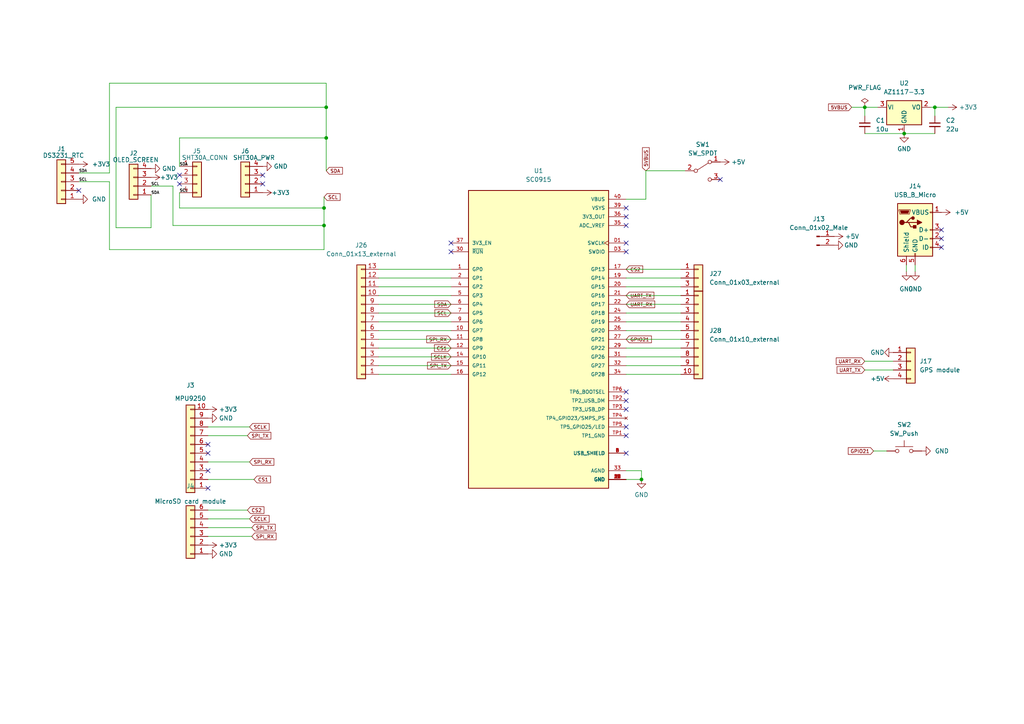
<source format=kicad_sch>
(kicad_sch (version 20211123) (generator eeschema)

  (uuid 958d17b9-8190-40fe-a8ea-d9951c1283f3)

  (paper "A4")

  (lib_symbols
    (symbol "Connector:Conn_01x02_Male" (pin_names (offset 1.016) hide) (in_bom yes) (on_board yes)
      (property "Reference" "J" (id 0) (at 0 2.54 0)
        (effects (font (size 1.27 1.27)))
      )
      (property "Value" "Conn_01x02_Male" (id 1) (at 0 -5.08 0)
        (effects (font (size 1.27 1.27)))
      )
      (property "Footprint" "" (id 2) (at 0 0 0)
        (effects (font (size 1.27 1.27)) hide)
      )
      (property "Datasheet" "~" (id 3) (at 0 0 0)
        (effects (font (size 1.27 1.27)) hide)
      )
      (property "ki_keywords" "connector" (id 4) (at 0 0 0)
        (effects (font (size 1.27 1.27)) hide)
      )
      (property "ki_description" "Generic connector, single row, 01x02, script generated (kicad-library-utils/schlib/autogen/connector/)" (id 5) (at 0 0 0)
        (effects (font (size 1.27 1.27)) hide)
      )
      (property "ki_fp_filters" "Connector*:*_1x??_*" (id 6) (at 0 0 0)
        (effects (font (size 1.27 1.27)) hide)
      )
      (symbol "Conn_01x02_Male_1_1"
        (polyline
          (pts
            (xy 1.27 -2.54)
            (xy 0.8636 -2.54)
          )
          (stroke (width 0.1524) (type default) (color 0 0 0 0))
          (fill (type none))
        )
        (polyline
          (pts
            (xy 1.27 0)
            (xy 0.8636 0)
          )
          (stroke (width 0.1524) (type default) (color 0 0 0 0))
          (fill (type none))
        )
        (rectangle (start 0.8636 -2.413) (end 0 -2.667)
          (stroke (width 0.1524) (type default) (color 0 0 0 0))
          (fill (type outline))
        )
        (rectangle (start 0.8636 0.127) (end 0 -0.127)
          (stroke (width 0.1524) (type default) (color 0 0 0 0))
          (fill (type outline))
        )
        (pin passive line (at 5.08 0 180) (length 3.81)
          (name "Pin_1" (effects (font (size 1.27 1.27))))
          (number "1" (effects (font (size 1.27 1.27))))
        )
        (pin passive line (at 5.08 -2.54 180) (length 3.81)
          (name "Pin_2" (effects (font (size 1.27 1.27))))
          (number "2" (effects (font (size 1.27 1.27))))
        )
      )
    )
    (symbol "Connector:USB_B_Micro" (pin_names (offset 1.016)) (in_bom yes) (on_board yes)
      (property "Reference" "J" (id 0) (at -5.08 11.43 0)
        (effects (font (size 1.27 1.27)) (justify left))
      )
      (property "Value" "USB_B_Micro" (id 1) (at -5.08 8.89 0)
        (effects (font (size 1.27 1.27)) (justify left))
      )
      (property "Footprint" "" (id 2) (at 3.81 -1.27 0)
        (effects (font (size 1.27 1.27)) hide)
      )
      (property "Datasheet" "~" (id 3) (at 3.81 -1.27 0)
        (effects (font (size 1.27 1.27)) hide)
      )
      (property "ki_keywords" "connector USB micro" (id 4) (at 0 0 0)
        (effects (font (size 1.27 1.27)) hide)
      )
      (property "ki_description" "USB Micro Type B connector" (id 5) (at 0 0 0)
        (effects (font (size 1.27 1.27)) hide)
      )
      (property "ki_fp_filters" "USB*" (id 6) (at 0 0 0)
        (effects (font (size 1.27 1.27)) hide)
      )
      (symbol "USB_B_Micro_0_1"
        (rectangle (start -5.08 -7.62) (end 5.08 7.62)
          (stroke (width 0.254) (type default) (color 0 0 0 0))
          (fill (type background))
        )
        (circle (center -3.81 2.159) (radius 0.635)
          (stroke (width 0.254) (type default) (color 0 0 0 0))
          (fill (type outline))
        )
        (circle (center -0.635 3.429) (radius 0.381)
          (stroke (width 0.254) (type default) (color 0 0 0 0))
          (fill (type outline))
        )
        (rectangle (start -0.127 -7.62) (end 0.127 -6.858)
          (stroke (width 0) (type default) (color 0 0 0 0))
          (fill (type none))
        )
        (polyline
          (pts
            (xy -1.905 2.159)
            (xy 0.635 2.159)
          )
          (stroke (width 0.254) (type default) (color 0 0 0 0))
          (fill (type none))
        )
        (polyline
          (pts
            (xy -3.175 2.159)
            (xy -2.54 2.159)
            (xy -1.27 3.429)
            (xy -0.635 3.429)
          )
          (stroke (width 0.254) (type default) (color 0 0 0 0))
          (fill (type none))
        )
        (polyline
          (pts
            (xy -2.54 2.159)
            (xy -1.905 2.159)
            (xy -1.27 0.889)
            (xy 0 0.889)
          )
          (stroke (width 0.254) (type default) (color 0 0 0 0))
          (fill (type none))
        )
        (polyline
          (pts
            (xy 0.635 2.794)
            (xy 0.635 1.524)
            (xy 1.905 2.159)
            (xy 0.635 2.794)
          )
          (stroke (width 0.254) (type default) (color 0 0 0 0))
          (fill (type outline))
        )
        (polyline
          (pts
            (xy -4.318 5.588)
            (xy -1.778 5.588)
            (xy -2.032 4.826)
            (xy -4.064 4.826)
            (xy -4.318 5.588)
          )
          (stroke (width 0) (type default) (color 0 0 0 0))
          (fill (type outline))
        )
        (polyline
          (pts
            (xy -4.699 5.842)
            (xy -4.699 5.588)
            (xy -4.445 4.826)
            (xy -4.445 4.572)
            (xy -1.651 4.572)
            (xy -1.651 4.826)
            (xy -1.397 5.588)
            (xy -1.397 5.842)
            (xy -4.699 5.842)
          )
          (stroke (width 0) (type default) (color 0 0 0 0))
          (fill (type none))
        )
        (rectangle (start 0.254 1.27) (end -0.508 0.508)
          (stroke (width 0.254) (type default) (color 0 0 0 0))
          (fill (type outline))
        )
        (rectangle (start 5.08 -5.207) (end 4.318 -4.953)
          (stroke (width 0) (type default) (color 0 0 0 0))
          (fill (type none))
        )
        (rectangle (start 5.08 -2.667) (end 4.318 -2.413)
          (stroke (width 0) (type default) (color 0 0 0 0))
          (fill (type none))
        )
        (rectangle (start 5.08 -0.127) (end 4.318 0.127)
          (stroke (width 0) (type default) (color 0 0 0 0))
          (fill (type none))
        )
        (rectangle (start 5.08 4.953) (end 4.318 5.207)
          (stroke (width 0) (type default) (color 0 0 0 0))
          (fill (type none))
        )
      )
      (symbol "USB_B_Micro_1_1"
        (pin power_out line (at 7.62 5.08 180) (length 2.54)
          (name "VBUS" (effects (font (size 1.27 1.27))))
          (number "1" (effects (font (size 1.27 1.27))))
        )
        (pin bidirectional line (at 7.62 -2.54 180) (length 2.54)
          (name "D-" (effects (font (size 1.27 1.27))))
          (number "2" (effects (font (size 1.27 1.27))))
        )
        (pin bidirectional line (at 7.62 0 180) (length 2.54)
          (name "D+" (effects (font (size 1.27 1.27))))
          (number "3" (effects (font (size 1.27 1.27))))
        )
        (pin passive line (at 7.62 -5.08 180) (length 2.54)
          (name "ID" (effects (font (size 1.27 1.27))))
          (number "4" (effects (font (size 1.27 1.27))))
        )
        (pin power_out line (at 0 -10.16 90) (length 2.54)
          (name "GND" (effects (font (size 1.27 1.27))))
          (number "5" (effects (font (size 1.27 1.27))))
        )
        (pin passive line (at -2.54 -10.16 90) (length 2.54)
          (name "Shield" (effects (font (size 1.27 1.27))))
          (number "6" (effects (font (size 1.27 1.27))))
        )
      )
    )
    (symbol "Connector_Generic:Conn_01x03" (pin_names (offset 1.016) hide) (in_bom yes) (on_board yes)
      (property "Reference" "J" (id 0) (at 0 5.08 0)
        (effects (font (size 1.27 1.27)))
      )
      (property "Value" "Conn_01x03" (id 1) (at 0 -5.08 0)
        (effects (font (size 1.27 1.27)))
      )
      (property "Footprint" "" (id 2) (at 0 0 0)
        (effects (font (size 1.27 1.27)) hide)
      )
      (property "Datasheet" "~" (id 3) (at 0 0 0)
        (effects (font (size 1.27 1.27)) hide)
      )
      (property "ki_keywords" "connector" (id 4) (at 0 0 0)
        (effects (font (size 1.27 1.27)) hide)
      )
      (property "ki_description" "Generic connector, single row, 01x03, script generated (kicad-library-utils/schlib/autogen/connector/)" (id 5) (at 0 0 0)
        (effects (font (size 1.27 1.27)) hide)
      )
      (property "ki_fp_filters" "Connector*:*_1x??_*" (id 6) (at 0 0 0)
        (effects (font (size 1.27 1.27)) hide)
      )
      (symbol "Conn_01x03_1_1"
        (rectangle (start -1.27 -2.413) (end 0 -2.667)
          (stroke (width 0.1524) (type default) (color 0 0 0 0))
          (fill (type none))
        )
        (rectangle (start -1.27 0.127) (end 0 -0.127)
          (stroke (width 0.1524) (type default) (color 0 0 0 0))
          (fill (type none))
        )
        (rectangle (start -1.27 2.667) (end 0 2.413)
          (stroke (width 0.1524) (type default) (color 0 0 0 0))
          (fill (type none))
        )
        (rectangle (start -1.27 3.81) (end 1.27 -3.81)
          (stroke (width 0.254) (type default) (color 0 0 0 0))
          (fill (type background))
        )
        (pin passive line (at -5.08 2.54 0) (length 3.81)
          (name "Pin_1" (effects (font (size 1.27 1.27))))
          (number "1" (effects (font (size 1.27 1.27))))
        )
        (pin passive line (at -5.08 0 0) (length 3.81)
          (name "Pin_2" (effects (font (size 1.27 1.27))))
          (number "2" (effects (font (size 1.27 1.27))))
        )
        (pin passive line (at -5.08 -2.54 0) (length 3.81)
          (name "Pin_3" (effects (font (size 1.27 1.27))))
          (number "3" (effects (font (size 1.27 1.27))))
        )
      )
    )
    (symbol "Connector_Generic:Conn_01x04" (pin_names (offset 1.016) hide) (in_bom yes) (on_board yes)
      (property "Reference" "J" (id 0) (at 0 5.08 0)
        (effects (font (size 1.27 1.27)))
      )
      (property "Value" "Conn_01x04" (id 1) (at 0 -7.62 0)
        (effects (font (size 1.27 1.27)))
      )
      (property "Footprint" "" (id 2) (at 0 0 0)
        (effects (font (size 1.27 1.27)) hide)
      )
      (property "Datasheet" "~" (id 3) (at 0 0 0)
        (effects (font (size 1.27 1.27)) hide)
      )
      (property "ki_keywords" "connector" (id 4) (at 0 0 0)
        (effects (font (size 1.27 1.27)) hide)
      )
      (property "ki_description" "Generic connector, single row, 01x04, script generated (kicad-library-utils/schlib/autogen/connector/)" (id 5) (at 0 0 0)
        (effects (font (size 1.27 1.27)) hide)
      )
      (property "ki_fp_filters" "Connector*:*_1x??_*" (id 6) (at 0 0 0)
        (effects (font (size 1.27 1.27)) hide)
      )
      (symbol "Conn_01x04_1_1"
        (rectangle (start -1.27 -4.953) (end 0 -5.207)
          (stroke (width 0.1524) (type default) (color 0 0 0 0))
          (fill (type none))
        )
        (rectangle (start -1.27 -2.413) (end 0 -2.667)
          (stroke (width 0.1524) (type default) (color 0 0 0 0))
          (fill (type none))
        )
        (rectangle (start -1.27 0.127) (end 0 -0.127)
          (stroke (width 0.1524) (type default) (color 0 0 0 0))
          (fill (type none))
        )
        (rectangle (start -1.27 2.667) (end 0 2.413)
          (stroke (width 0.1524) (type default) (color 0 0 0 0))
          (fill (type none))
        )
        (rectangle (start -1.27 3.81) (end 1.27 -6.35)
          (stroke (width 0.254) (type default) (color 0 0 0 0))
          (fill (type background))
        )
        (pin passive line (at -5.08 2.54 0) (length 3.81)
          (name "Pin_1" (effects (font (size 1.27 1.27))))
          (number "1" (effects (font (size 1.27 1.27))))
        )
        (pin passive line (at -5.08 0 0) (length 3.81)
          (name "Pin_2" (effects (font (size 1.27 1.27))))
          (number "2" (effects (font (size 1.27 1.27))))
        )
        (pin passive line (at -5.08 -2.54 0) (length 3.81)
          (name "Pin_3" (effects (font (size 1.27 1.27))))
          (number "3" (effects (font (size 1.27 1.27))))
        )
        (pin passive line (at -5.08 -5.08 0) (length 3.81)
          (name "Pin_4" (effects (font (size 1.27 1.27))))
          (number "4" (effects (font (size 1.27 1.27))))
        )
      )
    )
    (symbol "Connector_Generic:Conn_01x05" (pin_names (offset 1.016) hide) (in_bom yes) (on_board yes)
      (property "Reference" "J" (id 0) (at 0 7.62 0)
        (effects (font (size 1.27 1.27)))
      )
      (property "Value" "Conn_01x05" (id 1) (at 0 -7.62 0)
        (effects (font (size 1.27 1.27)))
      )
      (property "Footprint" "" (id 2) (at 0 0 0)
        (effects (font (size 1.27 1.27)) hide)
      )
      (property "Datasheet" "~" (id 3) (at 0 0 0)
        (effects (font (size 1.27 1.27)) hide)
      )
      (property "ki_keywords" "connector" (id 4) (at 0 0 0)
        (effects (font (size 1.27 1.27)) hide)
      )
      (property "ki_description" "Generic connector, single row, 01x05, script generated (kicad-library-utils/schlib/autogen/connector/)" (id 5) (at 0 0 0)
        (effects (font (size 1.27 1.27)) hide)
      )
      (property "ki_fp_filters" "Connector*:*_1x??_*" (id 6) (at 0 0 0)
        (effects (font (size 1.27 1.27)) hide)
      )
      (symbol "Conn_01x05_1_1"
        (rectangle (start -1.27 -4.953) (end 0 -5.207)
          (stroke (width 0.1524) (type default) (color 0 0 0 0))
          (fill (type none))
        )
        (rectangle (start -1.27 -2.413) (end 0 -2.667)
          (stroke (width 0.1524) (type default) (color 0 0 0 0))
          (fill (type none))
        )
        (rectangle (start -1.27 0.127) (end 0 -0.127)
          (stroke (width 0.1524) (type default) (color 0 0 0 0))
          (fill (type none))
        )
        (rectangle (start -1.27 2.667) (end 0 2.413)
          (stroke (width 0.1524) (type default) (color 0 0 0 0))
          (fill (type none))
        )
        (rectangle (start -1.27 5.207) (end 0 4.953)
          (stroke (width 0.1524) (type default) (color 0 0 0 0))
          (fill (type none))
        )
        (rectangle (start -1.27 6.35) (end 1.27 -6.35)
          (stroke (width 0.254) (type default) (color 0 0 0 0))
          (fill (type background))
        )
        (pin passive line (at -5.08 5.08 0) (length 3.81)
          (name "Pin_1" (effects (font (size 1.27 1.27))))
          (number "1" (effects (font (size 1.27 1.27))))
        )
        (pin passive line (at -5.08 2.54 0) (length 3.81)
          (name "Pin_2" (effects (font (size 1.27 1.27))))
          (number "2" (effects (font (size 1.27 1.27))))
        )
        (pin passive line (at -5.08 0 0) (length 3.81)
          (name "Pin_3" (effects (font (size 1.27 1.27))))
          (number "3" (effects (font (size 1.27 1.27))))
        )
        (pin passive line (at -5.08 -2.54 0) (length 3.81)
          (name "Pin_4" (effects (font (size 1.27 1.27))))
          (number "4" (effects (font (size 1.27 1.27))))
        )
        (pin passive line (at -5.08 -5.08 0) (length 3.81)
          (name "Pin_5" (effects (font (size 1.27 1.27))))
          (number "5" (effects (font (size 1.27 1.27))))
        )
      )
    )
    (symbol "Connector_Generic:Conn_01x06" (pin_names (offset 1.016) hide) (in_bom yes) (on_board yes)
      (property "Reference" "J" (id 0) (at 0 7.62 0)
        (effects (font (size 1.27 1.27)))
      )
      (property "Value" "Conn_01x06" (id 1) (at 0 -10.16 0)
        (effects (font (size 1.27 1.27)))
      )
      (property "Footprint" "" (id 2) (at 0 0 0)
        (effects (font (size 1.27 1.27)) hide)
      )
      (property "Datasheet" "~" (id 3) (at 0 0 0)
        (effects (font (size 1.27 1.27)) hide)
      )
      (property "ki_keywords" "connector" (id 4) (at 0 0 0)
        (effects (font (size 1.27 1.27)) hide)
      )
      (property "ki_description" "Generic connector, single row, 01x06, script generated (kicad-library-utils/schlib/autogen/connector/)" (id 5) (at 0 0 0)
        (effects (font (size 1.27 1.27)) hide)
      )
      (property "ki_fp_filters" "Connector*:*_1x??_*" (id 6) (at 0 0 0)
        (effects (font (size 1.27 1.27)) hide)
      )
      (symbol "Conn_01x06_1_1"
        (rectangle (start -1.27 -7.493) (end 0 -7.747)
          (stroke (width 0.1524) (type default) (color 0 0 0 0))
          (fill (type none))
        )
        (rectangle (start -1.27 -4.953) (end 0 -5.207)
          (stroke (width 0.1524) (type default) (color 0 0 0 0))
          (fill (type none))
        )
        (rectangle (start -1.27 -2.413) (end 0 -2.667)
          (stroke (width 0.1524) (type default) (color 0 0 0 0))
          (fill (type none))
        )
        (rectangle (start -1.27 0.127) (end 0 -0.127)
          (stroke (width 0.1524) (type default) (color 0 0 0 0))
          (fill (type none))
        )
        (rectangle (start -1.27 2.667) (end 0 2.413)
          (stroke (width 0.1524) (type default) (color 0 0 0 0))
          (fill (type none))
        )
        (rectangle (start -1.27 5.207) (end 0 4.953)
          (stroke (width 0.1524) (type default) (color 0 0 0 0))
          (fill (type none))
        )
        (rectangle (start -1.27 6.35) (end 1.27 -8.89)
          (stroke (width 0.254) (type default) (color 0 0 0 0))
          (fill (type background))
        )
        (pin passive line (at -5.08 5.08 0) (length 3.81)
          (name "Pin_1" (effects (font (size 1.27 1.27))))
          (number "1" (effects (font (size 1.27 1.27))))
        )
        (pin passive line (at -5.08 2.54 0) (length 3.81)
          (name "Pin_2" (effects (font (size 1.27 1.27))))
          (number "2" (effects (font (size 1.27 1.27))))
        )
        (pin passive line (at -5.08 0 0) (length 3.81)
          (name "Pin_3" (effects (font (size 1.27 1.27))))
          (number "3" (effects (font (size 1.27 1.27))))
        )
        (pin passive line (at -5.08 -2.54 0) (length 3.81)
          (name "Pin_4" (effects (font (size 1.27 1.27))))
          (number "4" (effects (font (size 1.27 1.27))))
        )
        (pin passive line (at -5.08 -5.08 0) (length 3.81)
          (name "Pin_5" (effects (font (size 1.27 1.27))))
          (number "5" (effects (font (size 1.27 1.27))))
        )
        (pin passive line (at -5.08 -7.62 0) (length 3.81)
          (name "Pin_6" (effects (font (size 1.27 1.27))))
          (number "6" (effects (font (size 1.27 1.27))))
        )
      )
    )
    (symbol "Connector_Generic:Conn_01x10" (pin_names (offset 1.016) hide) (in_bom yes) (on_board yes)
      (property "Reference" "J" (id 0) (at 0 12.7 0)
        (effects (font (size 1.27 1.27)))
      )
      (property "Value" "Conn_01x10" (id 1) (at 0 -15.24 0)
        (effects (font (size 1.27 1.27)))
      )
      (property "Footprint" "" (id 2) (at 0 0 0)
        (effects (font (size 1.27 1.27)) hide)
      )
      (property "Datasheet" "~" (id 3) (at 0 0 0)
        (effects (font (size 1.27 1.27)) hide)
      )
      (property "ki_keywords" "connector" (id 4) (at 0 0 0)
        (effects (font (size 1.27 1.27)) hide)
      )
      (property "ki_description" "Generic connector, single row, 01x10, script generated (kicad-library-utils/schlib/autogen/connector/)" (id 5) (at 0 0 0)
        (effects (font (size 1.27 1.27)) hide)
      )
      (property "ki_fp_filters" "Connector*:*_1x??_*" (id 6) (at 0 0 0)
        (effects (font (size 1.27 1.27)) hide)
      )
      (symbol "Conn_01x10_1_1"
        (rectangle (start -1.27 -12.573) (end 0 -12.827)
          (stroke (width 0.1524) (type default) (color 0 0 0 0))
          (fill (type none))
        )
        (rectangle (start -1.27 -10.033) (end 0 -10.287)
          (stroke (width 0.1524) (type default) (color 0 0 0 0))
          (fill (type none))
        )
        (rectangle (start -1.27 -7.493) (end 0 -7.747)
          (stroke (width 0.1524) (type default) (color 0 0 0 0))
          (fill (type none))
        )
        (rectangle (start -1.27 -4.953) (end 0 -5.207)
          (stroke (width 0.1524) (type default) (color 0 0 0 0))
          (fill (type none))
        )
        (rectangle (start -1.27 -2.413) (end 0 -2.667)
          (stroke (width 0.1524) (type default) (color 0 0 0 0))
          (fill (type none))
        )
        (rectangle (start -1.27 0.127) (end 0 -0.127)
          (stroke (width 0.1524) (type default) (color 0 0 0 0))
          (fill (type none))
        )
        (rectangle (start -1.27 2.667) (end 0 2.413)
          (stroke (width 0.1524) (type default) (color 0 0 0 0))
          (fill (type none))
        )
        (rectangle (start -1.27 5.207) (end 0 4.953)
          (stroke (width 0.1524) (type default) (color 0 0 0 0))
          (fill (type none))
        )
        (rectangle (start -1.27 7.747) (end 0 7.493)
          (stroke (width 0.1524) (type default) (color 0 0 0 0))
          (fill (type none))
        )
        (rectangle (start -1.27 10.287) (end 0 10.033)
          (stroke (width 0.1524) (type default) (color 0 0 0 0))
          (fill (type none))
        )
        (rectangle (start -1.27 11.43) (end 1.27 -13.97)
          (stroke (width 0.254) (type default) (color 0 0 0 0))
          (fill (type background))
        )
        (pin passive line (at -5.08 10.16 0) (length 3.81)
          (name "Pin_1" (effects (font (size 1.27 1.27))))
          (number "1" (effects (font (size 1.27 1.27))))
        )
        (pin passive line (at -5.08 -12.7 0) (length 3.81)
          (name "Pin_10" (effects (font (size 1.27 1.27))))
          (number "10" (effects (font (size 1.27 1.27))))
        )
        (pin passive line (at -5.08 7.62 0) (length 3.81)
          (name "Pin_2" (effects (font (size 1.27 1.27))))
          (number "2" (effects (font (size 1.27 1.27))))
        )
        (pin passive line (at -5.08 5.08 0) (length 3.81)
          (name "Pin_3" (effects (font (size 1.27 1.27))))
          (number "3" (effects (font (size 1.27 1.27))))
        )
        (pin passive line (at -5.08 2.54 0) (length 3.81)
          (name "Pin_4" (effects (font (size 1.27 1.27))))
          (number "4" (effects (font (size 1.27 1.27))))
        )
        (pin passive line (at -5.08 0 0) (length 3.81)
          (name "Pin_5" (effects (font (size 1.27 1.27))))
          (number "5" (effects (font (size 1.27 1.27))))
        )
        (pin passive line (at -5.08 -2.54 0) (length 3.81)
          (name "Pin_6" (effects (font (size 1.27 1.27))))
          (number "6" (effects (font (size 1.27 1.27))))
        )
        (pin passive line (at -5.08 -5.08 0) (length 3.81)
          (name "Pin_7" (effects (font (size 1.27 1.27))))
          (number "7" (effects (font (size 1.27 1.27))))
        )
        (pin passive line (at -5.08 -7.62 0) (length 3.81)
          (name "Pin_8" (effects (font (size 1.27 1.27))))
          (number "8" (effects (font (size 1.27 1.27))))
        )
        (pin passive line (at -5.08 -10.16 0) (length 3.81)
          (name "Pin_9" (effects (font (size 1.27 1.27))))
          (number "9" (effects (font (size 1.27 1.27))))
        )
      )
    )
    (symbol "Connector_Generic:Conn_01x13" (pin_names (offset 1.016) hide) (in_bom yes) (on_board yes)
      (property "Reference" "J" (id 0) (at 0 17.78 0)
        (effects (font (size 1.27 1.27)))
      )
      (property "Value" "Conn_01x13" (id 1) (at 0 -17.78 0)
        (effects (font (size 1.27 1.27)))
      )
      (property "Footprint" "" (id 2) (at 0 0 0)
        (effects (font (size 1.27 1.27)) hide)
      )
      (property "Datasheet" "~" (id 3) (at 0 0 0)
        (effects (font (size 1.27 1.27)) hide)
      )
      (property "ki_keywords" "connector" (id 4) (at 0 0 0)
        (effects (font (size 1.27 1.27)) hide)
      )
      (property "ki_description" "Generic connector, single row, 01x13, script generated (kicad-library-utils/schlib/autogen/connector/)" (id 5) (at 0 0 0)
        (effects (font (size 1.27 1.27)) hide)
      )
      (property "ki_fp_filters" "Connector*:*_1x??_*" (id 6) (at 0 0 0)
        (effects (font (size 1.27 1.27)) hide)
      )
      (symbol "Conn_01x13_1_1"
        (rectangle (start -1.27 -15.113) (end 0 -15.367)
          (stroke (width 0.1524) (type default) (color 0 0 0 0))
          (fill (type none))
        )
        (rectangle (start -1.27 -12.573) (end 0 -12.827)
          (stroke (width 0.1524) (type default) (color 0 0 0 0))
          (fill (type none))
        )
        (rectangle (start -1.27 -10.033) (end 0 -10.287)
          (stroke (width 0.1524) (type default) (color 0 0 0 0))
          (fill (type none))
        )
        (rectangle (start -1.27 -7.493) (end 0 -7.747)
          (stroke (width 0.1524) (type default) (color 0 0 0 0))
          (fill (type none))
        )
        (rectangle (start -1.27 -4.953) (end 0 -5.207)
          (stroke (width 0.1524) (type default) (color 0 0 0 0))
          (fill (type none))
        )
        (rectangle (start -1.27 -2.413) (end 0 -2.667)
          (stroke (width 0.1524) (type default) (color 0 0 0 0))
          (fill (type none))
        )
        (rectangle (start -1.27 0.127) (end 0 -0.127)
          (stroke (width 0.1524) (type default) (color 0 0 0 0))
          (fill (type none))
        )
        (rectangle (start -1.27 2.667) (end 0 2.413)
          (stroke (width 0.1524) (type default) (color 0 0 0 0))
          (fill (type none))
        )
        (rectangle (start -1.27 5.207) (end 0 4.953)
          (stroke (width 0.1524) (type default) (color 0 0 0 0))
          (fill (type none))
        )
        (rectangle (start -1.27 7.747) (end 0 7.493)
          (stroke (width 0.1524) (type default) (color 0 0 0 0))
          (fill (type none))
        )
        (rectangle (start -1.27 10.287) (end 0 10.033)
          (stroke (width 0.1524) (type default) (color 0 0 0 0))
          (fill (type none))
        )
        (rectangle (start -1.27 12.827) (end 0 12.573)
          (stroke (width 0.1524) (type default) (color 0 0 0 0))
          (fill (type none))
        )
        (rectangle (start -1.27 15.367) (end 0 15.113)
          (stroke (width 0.1524) (type default) (color 0 0 0 0))
          (fill (type none))
        )
        (rectangle (start -1.27 16.51) (end 1.27 -16.51)
          (stroke (width 0.254) (type default) (color 0 0 0 0))
          (fill (type background))
        )
        (pin passive line (at -5.08 15.24 0) (length 3.81)
          (name "Pin_1" (effects (font (size 1.27 1.27))))
          (number "1" (effects (font (size 1.27 1.27))))
        )
        (pin passive line (at -5.08 -7.62 0) (length 3.81)
          (name "Pin_10" (effects (font (size 1.27 1.27))))
          (number "10" (effects (font (size 1.27 1.27))))
        )
        (pin passive line (at -5.08 -10.16 0) (length 3.81)
          (name "Pin_11" (effects (font (size 1.27 1.27))))
          (number "11" (effects (font (size 1.27 1.27))))
        )
        (pin passive line (at -5.08 -12.7 0) (length 3.81)
          (name "Pin_12" (effects (font (size 1.27 1.27))))
          (number "12" (effects (font (size 1.27 1.27))))
        )
        (pin passive line (at -5.08 -15.24 0) (length 3.81)
          (name "Pin_13" (effects (font (size 1.27 1.27))))
          (number "13" (effects (font (size 1.27 1.27))))
        )
        (pin passive line (at -5.08 12.7 0) (length 3.81)
          (name "Pin_2" (effects (font (size 1.27 1.27))))
          (number "2" (effects (font (size 1.27 1.27))))
        )
        (pin passive line (at -5.08 10.16 0) (length 3.81)
          (name "Pin_3" (effects (font (size 1.27 1.27))))
          (number "3" (effects (font (size 1.27 1.27))))
        )
        (pin passive line (at -5.08 7.62 0) (length 3.81)
          (name "Pin_4" (effects (font (size 1.27 1.27))))
          (number "4" (effects (font (size 1.27 1.27))))
        )
        (pin passive line (at -5.08 5.08 0) (length 3.81)
          (name "Pin_5" (effects (font (size 1.27 1.27))))
          (number "5" (effects (font (size 1.27 1.27))))
        )
        (pin passive line (at -5.08 2.54 0) (length 3.81)
          (name "Pin_6" (effects (font (size 1.27 1.27))))
          (number "6" (effects (font (size 1.27 1.27))))
        )
        (pin passive line (at -5.08 0 0) (length 3.81)
          (name "Pin_7" (effects (font (size 1.27 1.27))))
          (number "7" (effects (font (size 1.27 1.27))))
        )
        (pin passive line (at -5.08 -2.54 0) (length 3.81)
          (name "Pin_8" (effects (font (size 1.27 1.27))))
          (number "8" (effects (font (size 1.27 1.27))))
        )
        (pin passive line (at -5.08 -5.08 0) (length 3.81)
          (name "Pin_9" (effects (font (size 1.27 1.27))))
          (number "9" (effects (font (size 1.27 1.27))))
        )
      )
    )
    (symbol "Device:C_Small" (pin_numbers hide) (pin_names (offset 0.254) hide) (in_bom yes) (on_board yes)
      (property "Reference" "C" (id 0) (at 0.254 1.778 0)
        (effects (font (size 1.27 1.27)) (justify left))
      )
      (property "Value" "C_Small" (id 1) (at 0.254 -2.032 0)
        (effects (font (size 1.27 1.27)) (justify left))
      )
      (property "Footprint" "" (id 2) (at 0 0 0)
        (effects (font (size 1.27 1.27)) hide)
      )
      (property "Datasheet" "~" (id 3) (at 0 0 0)
        (effects (font (size 1.27 1.27)) hide)
      )
      (property "ki_keywords" "capacitor cap" (id 4) (at 0 0 0)
        (effects (font (size 1.27 1.27)) hide)
      )
      (property "ki_description" "Unpolarized capacitor, small symbol" (id 5) (at 0 0 0)
        (effects (font (size 1.27 1.27)) hide)
      )
      (property "ki_fp_filters" "C_*" (id 6) (at 0 0 0)
        (effects (font (size 1.27 1.27)) hide)
      )
      (symbol "C_Small_0_1"
        (polyline
          (pts
            (xy -1.524 -0.508)
            (xy 1.524 -0.508)
          )
          (stroke (width 0.3302) (type default) (color 0 0 0 0))
          (fill (type none))
        )
        (polyline
          (pts
            (xy -1.524 0.508)
            (xy 1.524 0.508)
          )
          (stroke (width 0.3048) (type default) (color 0 0 0 0))
          (fill (type none))
        )
      )
      (symbol "C_Small_1_1"
        (pin passive line (at 0 2.54 270) (length 2.032)
          (name "~" (effects (font (size 1.27 1.27))))
          (number "1" (effects (font (size 1.27 1.27))))
        )
        (pin passive line (at 0 -2.54 90) (length 2.032)
          (name "~" (effects (font (size 1.27 1.27))))
          (number "2" (effects (font (size 1.27 1.27))))
        )
      )
    )
    (symbol "Regulator_Linear:AZ1117-3.3" (pin_names (offset 0.254)) (in_bom yes) (on_board yes)
      (property "Reference" "U" (id 0) (at -3.81 3.175 0)
        (effects (font (size 1.27 1.27)))
      )
      (property "Value" "AZ1117-3.3" (id 1) (at 0 3.175 0)
        (effects (font (size 1.27 1.27)) (justify left))
      )
      (property "Footprint" "" (id 2) (at 0 6.35 0)
        (effects (font (size 1.27 1.27) italic) hide)
      )
      (property "Datasheet" "https://www.diodes.com/assets/Datasheets/AZ1117.pdf" (id 3) (at 0 0 0)
        (effects (font (size 1.27 1.27)) hide)
      )
      (property "ki_keywords" "Fixed Voltage Regulator 1A Positive LDO" (id 4) (at 0 0 0)
        (effects (font (size 1.27 1.27)) hide)
      )
      (property "ki_description" "1A 20V Fixed LDO Linear Regulator, 3.3V, SOT-89/SOT-223/TO-220/TO-252/TO-263" (id 5) (at 0 0 0)
        (effects (font (size 1.27 1.27)) hide)
      )
      (property "ki_fp_filters" "SOT?223* SOT?89* TO?220* TO?252* TO?263*" (id 6) (at 0 0 0)
        (effects (font (size 1.27 1.27)) hide)
      )
      (symbol "AZ1117-3.3_0_1"
        (rectangle (start -5.08 1.905) (end 5.08 -5.08)
          (stroke (width 0.254) (type default) (color 0 0 0 0))
          (fill (type background))
        )
      )
      (symbol "AZ1117-3.3_1_1"
        (pin power_in line (at 0 -7.62 90) (length 2.54)
          (name "GND" (effects (font (size 1.27 1.27))))
          (number "1" (effects (font (size 1.27 1.27))))
        )
        (pin power_out line (at 7.62 0 180) (length 2.54)
          (name "VO" (effects (font (size 1.27 1.27))))
          (number "2" (effects (font (size 1.27 1.27))))
        )
        (pin power_in line (at -7.62 0 0) (length 2.54)
          (name "VI" (effects (font (size 1.27 1.27))))
          (number "3" (effects (font (size 1.27 1.27))))
        )
      )
    )
    (symbol "Switch:SW_Push" (pin_numbers hide) (pin_names (offset 1.016) hide) (in_bom yes) (on_board yes)
      (property "Reference" "SW" (id 0) (at 1.27 2.54 0)
        (effects (font (size 1.27 1.27)) (justify left))
      )
      (property "Value" "SW_Push" (id 1) (at 0 -1.524 0)
        (effects (font (size 1.27 1.27)))
      )
      (property "Footprint" "" (id 2) (at 0 5.08 0)
        (effects (font (size 1.27 1.27)) hide)
      )
      (property "Datasheet" "~" (id 3) (at 0 5.08 0)
        (effects (font (size 1.27 1.27)) hide)
      )
      (property "ki_keywords" "switch normally-open pushbutton push-button" (id 4) (at 0 0 0)
        (effects (font (size 1.27 1.27)) hide)
      )
      (property "ki_description" "Push button switch, generic, two pins" (id 5) (at 0 0 0)
        (effects (font (size 1.27 1.27)) hide)
      )
      (symbol "SW_Push_0_1"
        (circle (center -2.032 0) (radius 0.508)
          (stroke (width 0) (type default) (color 0 0 0 0))
          (fill (type none))
        )
        (polyline
          (pts
            (xy 0 1.27)
            (xy 0 3.048)
          )
          (stroke (width 0) (type default) (color 0 0 0 0))
          (fill (type none))
        )
        (polyline
          (pts
            (xy 2.54 1.27)
            (xy -2.54 1.27)
          )
          (stroke (width 0) (type default) (color 0 0 0 0))
          (fill (type none))
        )
        (circle (center 2.032 0) (radius 0.508)
          (stroke (width 0) (type default) (color 0 0 0 0))
          (fill (type none))
        )
        (pin passive line (at -5.08 0 0) (length 2.54)
          (name "1" (effects (font (size 1.27 1.27))))
          (number "1" (effects (font (size 1.27 1.27))))
        )
        (pin passive line (at 5.08 0 180) (length 2.54)
          (name "2" (effects (font (size 1.27 1.27))))
          (number "2" (effects (font (size 1.27 1.27))))
        )
      )
    )
    (symbol "Switch:SW_SPDT" (pin_names (offset 0) hide) (in_bom yes) (on_board yes)
      (property "Reference" "SW" (id 0) (at 0 4.318 0)
        (effects (font (size 1.27 1.27)))
      )
      (property "Value" "SW_SPDT" (id 1) (at 0 -5.08 0)
        (effects (font (size 1.27 1.27)))
      )
      (property "Footprint" "" (id 2) (at 0 0 0)
        (effects (font (size 1.27 1.27)) hide)
      )
      (property "Datasheet" "~" (id 3) (at 0 0 0)
        (effects (font (size 1.27 1.27)) hide)
      )
      (property "ki_keywords" "switch single-pole double-throw spdt ON-ON" (id 4) (at 0 0 0)
        (effects (font (size 1.27 1.27)) hide)
      )
      (property "ki_description" "Switch, single pole double throw" (id 5) (at 0 0 0)
        (effects (font (size 1.27 1.27)) hide)
      )
      (symbol "SW_SPDT_0_0"
        (circle (center -2.032 0) (radius 0.508)
          (stroke (width 0) (type default) (color 0 0 0 0))
          (fill (type none))
        )
        (circle (center 2.032 -2.54) (radius 0.508)
          (stroke (width 0) (type default) (color 0 0 0 0))
          (fill (type none))
        )
      )
      (symbol "SW_SPDT_0_1"
        (polyline
          (pts
            (xy -1.524 0.254)
            (xy 1.651 2.286)
          )
          (stroke (width 0) (type default) (color 0 0 0 0))
          (fill (type none))
        )
        (circle (center 2.032 2.54) (radius 0.508)
          (stroke (width 0) (type default) (color 0 0 0 0))
          (fill (type none))
        )
      )
      (symbol "SW_SPDT_1_1"
        (pin passive line (at 5.08 2.54 180) (length 2.54)
          (name "A" (effects (font (size 1.27 1.27))))
          (number "1" (effects (font (size 1.27 1.27))))
        )
        (pin passive line (at -5.08 0 0) (length 2.54)
          (name "B" (effects (font (size 1.27 1.27))))
          (number "2" (effects (font (size 1.27 1.27))))
        )
        (pin passive line (at 5.08 -2.54 180) (length 2.54)
          (name "C" (effects (font (size 1.27 1.27))))
          (number "3" (effects (font (size 1.27 1.27))))
        )
      )
    )
    (symbol "power:+3V3" (power) (pin_names (offset 0)) (in_bom yes) (on_board yes)
      (property "Reference" "#PWR" (id 0) (at 0 -3.81 0)
        (effects (font (size 1.27 1.27)) hide)
      )
      (property "Value" "+3V3" (id 1) (at 0 3.556 0)
        (effects (font (size 1.27 1.27)))
      )
      (property "Footprint" "" (id 2) (at 0 0 0)
        (effects (font (size 1.27 1.27)) hide)
      )
      (property "Datasheet" "" (id 3) (at 0 0 0)
        (effects (font (size 1.27 1.27)) hide)
      )
      (property "ki_keywords" "power-flag" (id 4) (at 0 0 0)
        (effects (font (size 1.27 1.27)) hide)
      )
      (property "ki_description" "Power symbol creates a global label with name \"+3V3\"" (id 5) (at 0 0 0)
        (effects (font (size 1.27 1.27)) hide)
      )
      (symbol "+3V3_0_1"
        (polyline
          (pts
            (xy -0.762 1.27)
            (xy 0 2.54)
          )
          (stroke (width 0) (type default) (color 0 0 0 0))
          (fill (type none))
        )
        (polyline
          (pts
            (xy 0 0)
            (xy 0 2.54)
          )
          (stroke (width 0) (type default) (color 0 0 0 0))
          (fill (type none))
        )
        (polyline
          (pts
            (xy 0 2.54)
            (xy 0.762 1.27)
          )
          (stroke (width 0) (type default) (color 0 0 0 0))
          (fill (type none))
        )
      )
      (symbol "+3V3_1_1"
        (pin power_in line (at 0 0 90) (length 0) hide
          (name "+3V3" (effects (font (size 1.27 1.27))))
          (number "1" (effects (font (size 1.27 1.27))))
        )
      )
    )
    (symbol "power:+5V" (power) (pin_names (offset 0)) (in_bom yes) (on_board yes)
      (property "Reference" "#PWR" (id 0) (at 0 -3.81 0)
        (effects (font (size 1.27 1.27)) hide)
      )
      (property "Value" "+5V" (id 1) (at 0 3.556 0)
        (effects (font (size 1.27 1.27)))
      )
      (property "Footprint" "" (id 2) (at 0 0 0)
        (effects (font (size 1.27 1.27)) hide)
      )
      (property "Datasheet" "" (id 3) (at 0 0 0)
        (effects (font (size 1.27 1.27)) hide)
      )
      (property "ki_keywords" "power-flag" (id 4) (at 0 0 0)
        (effects (font (size 1.27 1.27)) hide)
      )
      (property "ki_description" "Power symbol creates a global label with name \"+5V\"" (id 5) (at 0 0 0)
        (effects (font (size 1.27 1.27)) hide)
      )
      (symbol "+5V_0_1"
        (polyline
          (pts
            (xy -0.762 1.27)
            (xy 0 2.54)
          )
          (stroke (width 0) (type default) (color 0 0 0 0))
          (fill (type none))
        )
        (polyline
          (pts
            (xy 0 0)
            (xy 0 2.54)
          )
          (stroke (width 0) (type default) (color 0 0 0 0))
          (fill (type none))
        )
        (polyline
          (pts
            (xy 0 2.54)
            (xy 0.762 1.27)
          )
          (stroke (width 0) (type default) (color 0 0 0 0))
          (fill (type none))
        )
      )
      (symbol "+5V_1_1"
        (pin power_in line (at 0 0 90) (length 0) hide
          (name "+5V" (effects (font (size 1.27 1.27))))
          (number "1" (effects (font (size 1.27 1.27))))
        )
      )
    )
    (symbol "power:GND" (power) (pin_names (offset 0)) (in_bom yes) (on_board yes)
      (property "Reference" "#PWR" (id 0) (at 0 -6.35 0)
        (effects (font (size 1.27 1.27)) hide)
      )
      (property "Value" "GND" (id 1) (at 0 -3.81 0)
        (effects (font (size 1.27 1.27)))
      )
      (property "Footprint" "" (id 2) (at 0 0 0)
        (effects (font (size 1.27 1.27)) hide)
      )
      (property "Datasheet" "" (id 3) (at 0 0 0)
        (effects (font (size 1.27 1.27)) hide)
      )
      (property "ki_keywords" "power-flag" (id 4) (at 0 0 0)
        (effects (font (size 1.27 1.27)) hide)
      )
      (property "ki_description" "Power symbol creates a global label with name \"GND\" , ground" (id 5) (at 0 0 0)
        (effects (font (size 1.27 1.27)) hide)
      )
      (symbol "GND_0_1"
        (polyline
          (pts
            (xy 0 0)
            (xy 0 -1.27)
            (xy 1.27 -1.27)
            (xy 0 -2.54)
            (xy -1.27 -1.27)
            (xy 0 -1.27)
          )
          (stroke (width 0) (type default) (color 0 0 0 0))
          (fill (type none))
        )
      )
      (symbol "GND_1_1"
        (pin power_in line (at 0 0 270) (length 0) hide
          (name "GND" (effects (font (size 1.27 1.27))))
          (number "1" (effects (font (size 1.27 1.27))))
        )
      )
    )
    (symbol "power:PWR_FLAG" (power) (pin_numbers hide) (pin_names (offset 0) hide) (in_bom yes) (on_board yes)
      (property "Reference" "#FLG" (id 0) (at 0 1.905 0)
        (effects (font (size 1.27 1.27)) hide)
      )
      (property "Value" "PWR_FLAG" (id 1) (at 0 3.81 0)
        (effects (font (size 1.27 1.27)))
      )
      (property "Footprint" "" (id 2) (at 0 0 0)
        (effects (font (size 1.27 1.27)) hide)
      )
      (property "Datasheet" "~" (id 3) (at 0 0 0)
        (effects (font (size 1.27 1.27)) hide)
      )
      (property "ki_keywords" "power-flag" (id 4) (at 0 0 0)
        (effects (font (size 1.27 1.27)) hide)
      )
      (property "ki_description" "Special symbol for telling ERC where power comes from" (id 5) (at 0 0 0)
        (effects (font (size 1.27 1.27)) hide)
      )
      (symbol "PWR_FLAG_0_0"
        (pin power_out line (at 0 0 90) (length 0)
          (name "pwr" (effects (font (size 1.27 1.27))))
          (number "1" (effects (font (size 1.27 1.27))))
        )
      )
      (symbol "PWR_FLAG_0_1"
        (polyline
          (pts
            (xy 0 0)
            (xy 0 1.27)
            (xy -1.016 1.905)
            (xy 0 2.54)
            (xy 1.016 1.905)
            (xy 0 1.27)
          )
          (stroke (width 0) (type default) (color 0 0 0 0))
          (fill (type none))
        )
      )
    )
    (symbol "sc0915:SC0915" (pin_names (offset 1.016)) (in_bom yes) (on_board yes)
      (property "Reference" "U" (id 0) (at -20.32 44.069 0)
        (effects (font (size 1.27 1.27)) (justify left bottom))
      )
      (property "Value" "SC0915" (id 1) (at -20.32 -45.72 0)
        (effects (font (size 1.27 1.27)) (justify left bottom))
      )
      (property "Footprint" "MODULE_SC0915" (id 2) (at -7.62 0 0)
        (effects (font (size 1.27 1.27)) (justify left bottom) hide)
      )
      (property "Datasheet" "" (id 3) (at 0 0 0)
        (effects (font (size 1.27 1.27)) (justify left bottom) hide)
      )
      (property "PARTREV" "1.6" (id 4) (at 36.83 -24.13 0)
        (effects (font (size 1.27 1.27)) (justify left bottom) hide)
      )
      (property "MAXIMUM_PACKAGE_HEIGHT" "" (id 5) (at 33.02 -13.97 0)
        (effects (font (size 1.27 1.27)) (justify left bottom) hide)
      )
      (property "STANDARD" "" (id 6) (at -8.89 -45.72 0)
        (effects (font (size 1.27 1.27)) (justify left bottom) hide)
      )
      (property "MANUFACTURER" "Raspberry Pi" (id 7) (at -5.08 2.54 0)
        (effects (font (size 1.27 1.27)) (justify left bottom) hide)
      )
      (symbol "SC0915_0_0"
        (rectangle (start -20.32 -43.18) (end 20.32 43.18)
          (stroke (width 0.254) (type default) (color 0 0 0 0))
          (fill (type background))
        )
        (pin bidirectional line (at -25.4 20.32 0) (length 5.08)
          (name "GP0" (effects (font (size 1.016 1.016))))
          (number "1" (effects (font (size 1.016 1.016))))
        )
        (pin bidirectional line (at -25.4 2.54 0) (length 5.08)
          (name "GP7" (effects (font (size 1.016 1.016))))
          (number "10" (effects (font (size 1.016 1.016))))
        )
        (pin bidirectional line (at -25.4 0 0) (length 5.08)
          (name "GP8" (effects (font (size 1.016 1.016))))
          (number "11" (effects (font (size 1.016 1.016))))
        )
        (pin bidirectional line (at -25.4 -2.54 0) (length 5.08)
          (name "GP9" (effects (font (size 1.016 1.016))))
          (number "12" (effects (font (size 1.016 1.016))))
        )
        (pin power_in line (at 25.4 -40.64 180) (length 5.08)
          (name "GND" (effects (font (size 1.016 1.016))))
          (number "13" (effects (font (size 1.016 1.016))))
        )
        (pin bidirectional line (at -25.4 -5.08 0) (length 5.08)
          (name "GP10" (effects (font (size 1.016 1.016))))
          (number "14" (effects (font (size 1.016 1.016))))
        )
        (pin bidirectional line (at -25.4 -7.62 0) (length 5.08)
          (name "GP11" (effects (font (size 1.016 1.016))))
          (number "15" (effects (font (size 1.016 1.016))))
        )
        (pin bidirectional line (at -25.4 -10.16 0) (length 5.08)
          (name "GP12" (effects (font (size 1.016 1.016))))
          (number "16" (effects (font (size 1.016 1.016))))
        )
        (pin bidirectional line (at 25.4 20.32 180) (length 5.08)
          (name "GP13" (effects (font (size 1.016 1.016))))
          (number "17" (effects (font (size 1.016 1.016))))
        )
        (pin power_in line (at 25.4 -40.64 180) (length 5.08)
          (name "GND" (effects (font (size 1.016 1.016))))
          (number "18" (effects (font (size 1.016 1.016))))
        )
        (pin bidirectional line (at 25.4 17.78 180) (length 5.08)
          (name "GP14" (effects (font (size 1.016 1.016))))
          (number "19" (effects (font (size 1.016 1.016))))
        )
        (pin bidirectional line (at -25.4 17.78 0) (length 5.08)
          (name "GP1" (effects (font (size 1.016 1.016))))
          (number "2" (effects (font (size 1.016 1.016))))
        )
        (pin bidirectional line (at 25.4 15.24 180) (length 5.08)
          (name "GP15" (effects (font (size 1.016 1.016))))
          (number "20" (effects (font (size 1.016 1.016))))
        )
        (pin bidirectional line (at 25.4 12.7 180) (length 5.08)
          (name "GP16" (effects (font (size 1.016 1.016))))
          (number "21" (effects (font (size 1.016 1.016))))
        )
        (pin bidirectional line (at 25.4 10.16 180) (length 5.08)
          (name "GP17" (effects (font (size 1.016 1.016))))
          (number "22" (effects (font (size 1.016 1.016))))
        )
        (pin power_in line (at 25.4 -40.64 180) (length 5.08)
          (name "GND" (effects (font (size 1.016 1.016))))
          (number "23" (effects (font (size 1.016 1.016))))
        )
        (pin bidirectional line (at 25.4 7.62 180) (length 5.08)
          (name "GP18" (effects (font (size 1.016 1.016))))
          (number "24" (effects (font (size 1.016 1.016))))
        )
        (pin bidirectional line (at 25.4 5.08 180) (length 5.08)
          (name "GP19" (effects (font (size 1.016 1.016))))
          (number "25" (effects (font (size 1.016 1.016))))
        )
        (pin bidirectional line (at 25.4 2.54 180) (length 5.08)
          (name "GP20" (effects (font (size 1.016 1.016))))
          (number "26" (effects (font (size 1.016 1.016))))
        )
        (pin bidirectional line (at 25.4 0 180) (length 5.08)
          (name "GP21" (effects (font (size 1.016 1.016))))
          (number "27" (effects (font (size 1.016 1.016))))
        )
        (pin power_in line (at 25.4 -40.64 180) (length 5.08)
          (name "GND" (effects (font (size 1.016 1.016))))
          (number "28" (effects (font (size 1.016 1.016))))
        )
        (pin bidirectional line (at 25.4 -2.54 180) (length 5.08)
          (name "GP22" (effects (font (size 1.016 1.016))))
          (number "29" (effects (font (size 1.016 1.016))))
        )
        (pin power_in line (at 25.4 -40.64 180) (length 5.08)
          (name "GND" (effects (font (size 1.016 1.016))))
          (number "3" (effects (font (size 1.016 1.016))))
        )
        (pin input line (at -25.4 25.4 0) (length 5.08)
          (name "~{RUN}" (effects (font (size 1.016 1.016))))
          (number "30" (effects (font (size 1.016 1.016))))
        )
        (pin bidirectional line (at 25.4 -5.08 180) (length 5.08)
          (name "GP26" (effects (font (size 1.016 1.016))))
          (number "31" (effects (font (size 1.016 1.016))))
        )
        (pin bidirectional line (at 25.4 -7.62 180) (length 5.08)
          (name "GP27" (effects (font (size 1.016 1.016))))
          (number "32" (effects (font (size 1.016 1.016))))
        )
        (pin power_in line (at 25.4 -38.1 180) (length 5.08)
          (name "AGND" (effects (font (size 1.016 1.016))))
          (number "33" (effects (font (size 1.016 1.016))))
        )
        (pin bidirectional line (at 25.4 -10.16 180) (length 5.08)
          (name "GP28" (effects (font (size 1.016 1.016))))
          (number "34" (effects (font (size 1.016 1.016))))
        )
        (pin power_in line (at 25.4 33.02 180) (length 5.08)
          (name "ADC_VREF" (effects (font (size 1.016 1.016))))
          (number "35" (effects (font (size 1.016 1.016))))
        )
        (pin power_in line (at 25.4 35.56 180) (length 5.08)
          (name "3V3_OUT" (effects (font (size 1.016 1.016))))
          (number "36" (effects (font (size 1.016 1.016))))
        )
        (pin input line (at -25.4 27.94 0) (length 5.08)
          (name "3V3_EN" (effects (font (size 1.016 1.016))))
          (number "37" (effects (font (size 1.016 1.016))))
        )
        (pin power_in line (at 25.4 -40.64 180) (length 5.08)
          (name "GND" (effects (font (size 1.016 1.016))))
          (number "38" (effects (font (size 1.016 1.016))))
        )
        (pin power_in line (at 25.4 38.1 180) (length 5.08)
          (name "VSYS" (effects (font (size 1.016 1.016))))
          (number "39" (effects (font (size 1.016 1.016))))
        )
        (pin bidirectional line (at -25.4 15.24 0) (length 5.08)
          (name "GP2" (effects (font (size 1.016 1.016))))
          (number "4" (effects (font (size 1.016 1.016))))
        )
        (pin power_in line (at 25.4 40.64 180) (length 5.08)
          (name "VBUS" (effects (font (size 1.016 1.016))))
          (number "40" (effects (font (size 1.016 1.016))))
        )
        (pin bidirectional line (at -25.4 12.7 0) (length 5.08)
          (name "GP3" (effects (font (size 1.016 1.016))))
          (number "5" (effects (font (size 1.016 1.016))))
        )
        (pin bidirectional line (at -25.4 10.16 0) (length 5.08)
          (name "GP4" (effects (font (size 1.016 1.016))))
          (number "6" (effects (font (size 1.016 1.016))))
        )
        (pin bidirectional line (at -25.4 7.62 0) (length 5.08)
          (name "GP5" (effects (font (size 1.016 1.016))))
          (number "7" (effects (font (size 1.016 1.016))))
        )
        (pin power_in line (at 25.4 -40.64 180) (length 5.08)
          (name "GND" (effects (font (size 1.016 1.016))))
          (number "8" (effects (font (size 1.016 1.016))))
        )
        (pin bidirectional line (at -25.4 5.08 0) (length 5.08)
          (name "GP6" (effects (font (size 1.016 1.016))))
          (number "9" (effects (font (size 1.016 1.016))))
        )
        (pin power_in line (at 25.4 -33.02 180) (length 5.08)
          (name "USB_SHIELD" (effects (font (size 1.016 1.016))))
          (number "A" (effects (font (size 1.016 1.016))))
        )
        (pin power_in line (at 25.4 -33.02 180) (length 5.08)
          (name "USB_SHIELD" (effects (font (size 1.016 1.016))))
          (number "B" (effects (font (size 1.016 1.016))))
        )
        (pin power_in line (at 25.4 -33.02 180) (length 5.08)
          (name "USB_SHIELD" (effects (font (size 1.016 1.016))))
          (number "C" (effects (font (size 1.016 1.016))))
        )
        (pin power_in line (at 25.4 -33.02 180) (length 5.08)
          (name "USB_SHIELD" (effects (font (size 1.016 1.016))))
          (number "D" (effects (font (size 1.016 1.016))))
        )
        (pin input clock (at 25.4 27.94 180) (length 5.08)
          (name "SWCLK" (effects (font (size 1.016 1.016))))
          (number "D1" (effects (font (size 1.016 1.016))))
        )
        (pin power_in line (at 25.4 -40.64 180) (length 5.08)
          (name "GND" (effects (font (size 1.016 1.016))))
          (number "D2" (effects (font (size 1.016 1.016))))
        )
        (pin bidirectional line (at 25.4 25.4 180) (length 5.08)
          (name "SWDIO" (effects (font (size 1.016 1.016))))
          (number "D3" (effects (font (size 1.016 1.016))))
        )
        (pin power_in line (at 25.4 -27.94 180) (length 5.08)
          (name "TP1_GND" (effects (font (size 1.016 1.016))))
          (number "TP1" (effects (font (size 1.016 1.016))))
        )
        (pin bidirectional line (at 25.4 -17.78 180) (length 5.08)
          (name "TP2_USB_DM" (effects (font (size 1.016 1.016))))
          (number "TP2" (effects (font (size 1.016 1.016))))
        )
        (pin bidirectional line (at 25.4 -20.32 180) (length 5.08)
          (name "TP3_USB_DP" (effects (font (size 1.016 1.016))))
          (number "TP3" (effects (font (size 1.016 1.016))))
        )
        (pin no_connect line (at 25.4 -22.86 180) (length 5.08)
          (name "TP4_GPIO23/SMPS_PS" (effects (font (size 1.016 1.016))))
          (number "TP4" (effects (font (size 1.016 1.016))))
        )
        (pin output line (at 25.4 -25.4 180) (length 5.08)
          (name "TP5_GPIO25/LED" (effects (font (size 1.016 1.016))))
          (number "TP5" (effects (font (size 1.016 1.016))))
        )
        (pin input line (at 25.4 -15.24 180) (length 5.08)
          (name "TP6_BOOTSEL" (effects (font (size 1.016 1.016))))
          (number "TP6" (effects (font (size 1.016 1.016))))
        )
      )
    )
  )

  (junction (at 271.145 31.115) (diameter 0) (color 0 0 0 0)
    (uuid 12c796c6-9a7e-4e60-a336-01545657d4c4)
  )
  (junction (at 93.98 65.405) (diameter 0) (color 0 0 0 0)
    (uuid 132e86b4-4209-4d11-8ef5-dccbd329ef7d)
  )
  (junction (at 186.055 139.065) (diameter 0) (color 0 0 0 0)
    (uuid 3891d028-a19c-4b93-ac3f-da6676490c5f)
  )
  (junction (at 93.98 60.325) (diameter 0) (color 0 0 0 0)
    (uuid 3d6ab1b1-e857-49db-b293-ebda8a2e8f93)
  )
  (junction (at 94.615 40.005) (diameter 0) (color 0 0 0 0)
    (uuid 80f1cd00-f48d-419f-8968-b50c35223484)
  )
  (junction (at 94.615 31.115) (diameter 0) (color 0 0 0 0)
    (uuid a4e3a458-af4e-47c2-b27f-7e4f4b536ccc)
  )
  (junction (at 262.255 38.735) (diameter 0) (color 0 0 0 0)
    (uuid add29eef-448b-4c10-ae09-7422c7e63f43)
  )
  (junction (at 250.825 31.115) (diameter 0) (color 0 0 0 0)
    (uuid f67ed6d8-5f97-4bbf-b1f4-589d3a58d2ff)
  )

  (no_connect (at 181.61 116.205) (uuid 0dbb78cf-6a54-43e4-a536-db3f9a347b21))
  (no_connect (at 181.61 118.745) (uuid 0dbb78cf-6a54-43e4-a536-db3f9a347b22))
  (no_connect (at 181.61 123.825) (uuid 0dbb78cf-6a54-43e4-a536-db3f9a347b23))
  (no_connect (at 181.61 126.365) (uuid 0dbb78cf-6a54-43e4-a536-db3f9a347b24))
  (no_connect (at 181.61 113.665) (uuid 0dbb78cf-6a54-43e4-a536-db3f9a347b25))
  (no_connect (at 130.81 70.485) (uuid 0dbb78cf-6a54-43e4-a536-db3f9a347b26))
  (no_connect (at 130.81 73.025) (uuid 0dbb78cf-6a54-43e4-a536-db3f9a347b27))
  (no_connect (at 76.2 53.34) (uuid 25d722df-ad29-4561-9546-5bce7ade8c93))
  (no_connect (at 76.2 50.8) (uuid 25d722df-ad29-4561-9546-5bce7ade8c94))
  (no_connect (at 52.07 53.34) (uuid 25d722df-ad29-4561-9546-5bce7ade8c95))
  (no_connect (at 52.07 50.8) (uuid 25d722df-ad29-4561-9546-5bce7ade8c96))
  (no_connect (at 22.86 55.245) (uuid 25d722df-ad29-4561-9546-5bce7ade8c97))
  (no_connect (at 181.61 131.445) (uuid 2eacede5-2f4a-4765-9e6a-f87320cb660f))
  (no_connect (at 60.325 136.525) (uuid 4b8ede16-54c5-431c-8c12-765db47bea15))
  (no_connect (at 60.325 128.905) (uuid 4b8ede16-54c5-431c-8c12-765db47bea16))
  (no_connect (at 60.325 131.445) (uuid 4b8ede16-54c5-431c-8c12-765db47bea17))
  (no_connect (at 60.325 141.605) (uuid 4b8ede16-54c5-431c-8c12-765db47bea18))
  (no_connect (at 181.61 60.325) (uuid 75e33740-94fa-4ee1-b0e3-e42e05e3ff2e))
  (no_connect (at 181.61 62.865) (uuid 75e33740-94fa-4ee1-b0e3-e42e05e3ff2f))
  (no_connect (at 181.61 65.405) (uuid 75e33740-94fa-4ee1-b0e3-e42e05e3ff30))
  (no_connect (at 181.61 70.485) (uuid 75e33740-94fa-4ee1-b0e3-e42e05e3ff31))
  (no_connect (at 181.61 73.025) (uuid 75e33740-94fa-4ee1-b0e3-e42e05e3ff32))
  (no_connect (at 208.915 52.07) (uuid bdbf39cd-7f4f-4902-bb6d-d80d4ed46038))
  (no_connect (at 273.05 69.215) (uuid d70b7dbd-7b4f-453d-ab18-f5164736f908))
  (no_connect (at 273.05 66.675) (uuid d70b7dbd-7b4f-453d-ab18-f5164736f909))
  (no_connect (at 273.05 71.755) (uuid d70b7dbd-7b4f-453d-ab18-f5164736f90a))

  (wire (pts (xy 52.07 40.005) (xy 94.615 40.005))
    (stroke (width 0) (type default) (color 0 0 0 0))
    (uuid 03285ede-fba6-4dbf-9f0a-c178d092d804)
  )
  (wire (pts (xy 109.855 103.505) (xy 130.81 103.505))
    (stroke (width 0) (type default) (color 0 0 0 0))
    (uuid 050fbea5-2888-4d7f-9a57-79c2367037da)
  )
  (wire (pts (xy 31.75 24.13) (xy 94.615 24.13))
    (stroke (width 0) (type default) (color 0 0 0 0))
    (uuid 09ff99f8-813f-499d-bc7c-7a69b8798789)
  )
  (wire (pts (xy 109.855 83.185) (xy 130.81 83.185))
    (stroke (width 0) (type default) (color 0 0 0 0))
    (uuid 0a73df8b-ee99-4291-a830-4c9b55d0e019)
  )
  (wire (pts (xy 250.825 107.315) (xy 259.08 107.315))
    (stroke (width 0) (type default) (color 0 0 0 0))
    (uuid 0d4bc114-0331-4020-90c3-10cc9a411527)
  )
  (wire (pts (xy 52.07 55.88) (xy 52.07 60.325))
    (stroke (width 0) (type default) (color 0 0 0 0))
    (uuid 10e360ad-f285-49ad-98cb-0cfc907fb896)
  )
  (wire (pts (xy 181.61 85.725) (xy 197.485 85.725))
    (stroke (width 0) (type default) (color 0 0 0 0))
    (uuid 204739c2-eb49-4560-8241-ae72dbcb8f10)
  )
  (wire (pts (xy 109.855 90.805) (xy 130.81 90.805))
    (stroke (width 0) (type default) (color 0 0 0 0))
    (uuid 21428be5-9c98-4d3b-a2e3-4efef88b6215)
  )
  (wire (pts (xy 31.75 52.705) (xy 31.75 72.39))
    (stroke (width 0) (type default) (color 0 0 0 0))
    (uuid 236a7b5b-bf8a-4d4b-9c5d-031474e149f0)
  )
  (wire (pts (xy 50.165 53.975) (xy 50.165 65.405))
    (stroke (width 0) (type default) (color 0 0 0 0))
    (uuid 23cf2a3e-8933-4d08-94fe-617735aefaf0)
  )
  (wire (pts (xy 181.61 90.805) (xy 197.485 90.805))
    (stroke (width 0) (type default) (color 0 0 0 0))
    (uuid 29283a28-d396-43fd-8252-9375a7f5eb63)
  )
  (wire (pts (xy 181.61 88.265) (xy 197.485 88.265))
    (stroke (width 0) (type default) (color 0 0 0 0))
    (uuid 3556d8d2-4365-4b28-8474-5b37da372705)
  )
  (wire (pts (xy 94.615 31.115) (xy 94.615 40.005))
    (stroke (width 0) (type default) (color 0 0 0 0))
    (uuid 3a578da1-e8ed-44c0-a92f-c1304670a6fa)
  )
  (wire (pts (xy 109.855 108.585) (xy 130.81 108.585))
    (stroke (width 0) (type default) (color 0 0 0 0))
    (uuid 3b321e16-ccf9-439c-855b-5a0810a22cef)
  )
  (wire (pts (xy 181.61 93.345) (xy 197.485 93.345))
    (stroke (width 0) (type default) (color 0 0 0 0))
    (uuid 3bed42af-4b50-4b90-b2d4-af1545548f41)
  )
  (wire (pts (xy 269.875 31.115) (xy 271.145 31.115))
    (stroke (width 0) (type default) (color 0 0 0 0))
    (uuid 3e04a24d-bca1-4052-9867-ad66230d5bc0)
  )
  (wire (pts (xy 60.325 147.955) (xy 71.755 147.955))
    (stroke (width 0) (type default) (color 0 0 0 0))
    (uuid 40b34d5e-f898-4738-b16d-192ced7ccb4d)
  )
  (wire (pts (xy 22.86 50.165) (xy 31.75 50.165))
    (stroke (width 0) (type default) (color 0 0 0 0))
    (uuid 4208bc4f-34cf-4da2-824e-d52c74a69f13)
  )
  (wire (pts (xy 109.855 100.965) (xy 130.81 100.965))
    (stroke (width 0) (type default) (color 0 0 0 0))
    (uuid 43404d0e-4c07-46f7-9de4-4305027141c8)
  )
  (wire (pts (xy 265.43 76.835) (xy 265.43 78.74))
    (stroke (width 0) (type default) (color 0 0 0 0))
    (uuid 4524655f-06c2-444b-939c-f2ed88fca5aa)
  )
  (wire (pts (xy 186.055 136.525) (xy 186.055 139.065))
    (stroke (width 0) (type default) (color 0 0 0 0))
    (uuid 4e6876c3-4d85-4d3c-8811-3d2f4c4a4020)
  )
  (wire (pts (xy 60.325 133.985) (xy 72.39 133.985))
    (stroke (width 0) (type default) (color 0 0 0 0))
    (uuid 50e6ea38-1d53-4fad-9410-b58c8015e22f)
  )
  (wire (pts (xy 181.61 83.185) (xy 197.485 83.185))
    (stroke (width 0) (type default) (color 0 0 0 0))
    (uuid 52078e9a-8124-4af7-9470-79c7859de447)
  )
  (wire (pts (xy 187.325 49.53) (xy 187.325 57.785))
    (stroke (width 0) (type default) (color 0 0 0 0))
    (uuid 53646180-77ea-4685-8c92-bdade2318daa)
  )
  (wire (pts (xy 109.855 78.105) (xy 130.81 78.105))
    (stroke (width 0) (type default) (color 0 0 0 0))
    (uuid 59d349ce-adad-4b62-b95f-4783daf6b87e)
  )
  (wire (pts (xy 187.325 57.785) (xy 181.61 57.785))
    (stroke (width 0) (type default) (color 0 0 0 0))
    (uuid 5cfe6841-cb9b-40c2-baef-29b71a8a598f)
  )
  (wire (pts (xy 109.855 93.345) (xy 130.81 93.345))
    (stroke (width 0) (type default) (color 0 0 0 0))
    (uuid 5d021ab8-c9f4-446e-a2eb-b15d11f27d7a)
  )
  (wire (pts (xy 109.855 98.425) (xy 130.81 98.425))
    (stroke (width 0) (type default) (color 0 0 0 0))
    (uuid 5d5bfc2e-de81-41bc-aa58-85b2ad1e024c)
  )
  (wire (pts (xy 181.61 95.885) (xy 197.485 95.885))
    (stroke (width 0) (type default) (color 0 0 0 0))
    (uuid 5dcea06b-397a-43c5-8046-3870fec8531b)
  )
  (wire (pts (xy 109.855 106.045) (xy 130.81 106.045))
    (stroke (width 0) (type default) (color 0 0 0 0))
    (uuid 5e8709e6-2e18-4290-bd42-0b12c94bfafd)
  )
  (wire (pts (xy 109.855 85.725) (xy 130.81 85.725))
    (stroke (width 0) (type default) (color 0 0 0 0))
    (uuid 628f7057-eb60-4c9b-a88b-9f428cb25fcf)
  )
  (wire (pts (xy 93.98 60.325) (xy 93.98 57.15))
    (stroke (width 0) (type default) (color 0 0 0 0))
    (uuid 62c0dc09-f573-4f61-9aae-b3824a75ab0d)
  )
  (wire (pts (xy 250.825 31.115) (xy 250.825 33.655))
    (stroke (width 0) (type default) (color 0 0 0 0))
    (uuid 6343b1c4-c0e3-4c31-bdeb-6a18579ab832)
  )
  (wire (pts (xy 22.86 52.705) (xy 31.75 52.705))
    (stroke (width 0) (type default) (color 0 0 0 0))
    (uuid 7102daa1-4ee8-4ae5-aa3b-cfb47205916d)
  )
  (wire (pts (xy 109.855 80.645) (xy 130.81 80.645))
    (stroke (width 0) (type default) (color 0 0 0 0))
    (uuid 738119f3-7bf6-4d9c-a780-d16c166f9e74)
  )
  (wire (pts (xy 60.325 123.825) (xy 72.39 123.825))
    (stroke (width 0) (type default) (color 0 0 0 0))
    (uuid 77c1cecf-c216-4eb7-af92-104a2f79c9f6)
  )
  (wire (pts (xy 31.75 50.165) (xy 31.75 24.13))
    (stroke (width 0) (type default) (color 0 0 0 0))
    (uuid 77ef683d-cae3-4df6-aba8-512049dadad1)
  )
  (wire (pts (xy 94.615 40.005) (xy 94.615 49.53))
    (stroke (width 0) (type default) (color 0 0 0 0))
    (uuid 795f2015-408e-436b-87e2-e19c98ca9e31)
  )
  (wire (pts (xy 60.325 139.065) (xy 73.66 139.065))
    (stroke (width 0) (type default) (color 0 0 0 0))
    (uuid 7c7064e3-5630-4005-97a3-939363653a85)
  )
  (wire (pts (xy 52.07 48.26) (xy 52.07 40.005))
    (stroke (width 0) (type default) (color 0 0 0 0))
    (uuid 836447fa-0929-4bcb-94e7-46ed3df242ef)
  )
  (wire (pts (xy 43.815 56.515) (xy 43.815 66.04))
    (stroke (width 0) (type default) (color 0 0 0 0))
    (uuid 83aba3e3-2aaf-4b21-a40d-5843d898ce43)
  )
  (wire (pts (xy 181.61 80.645) (xy 197.485 80.645))
    (stroke (width 0) (type default) (color 0 0 0 0))
    (uuid 83ad37e0-e3b1-418c-8f49-4be9af20fae4)
  )
  (wire (pts (xy 50.165 65.405) (xy 93.98 65.405))
    (stroke (width 0) (type default) (color 0 0 0 0))
    (uuid 87d566fc-b8e9-4d69-81fd-d2c21924854f)
  )
  (wire (pts (xy 181.61 103.505) (xy 197.485 103.505))
    (stroke (width 0) (type default) (color 0 0 0 0))
    (uuid 8d08224b-203d-4342-9790-5bc79bb58e03)
  )
  (wire (pts (xy 60.325 126.365) (xy 71.755 126.365))
    (stroke (width 0) (type default) (color 0 0 0 0))
    (uuid 8eeaad85-41a0-4ac5-a47f-47d453fe3c69)
  )
  (wire (pts (xy 33.655 31.115) (xy 94.615 31.115))
    (stroke (width 0) (type default) (color 0 0 0 0))
    (uuid a2435637-a9da-46a6-9532-e659aadfd5e8)
  )
  (wire (pts (xy 247.015 31.115) (xy 250.825 31.115))
    (stroke (width 0) (type default) (color 0 0 0 0))
    (uuid adcc70ff-3fc8-40c5-ae93-1d3ee0038a84)
  )
  (wire (pts (xy 60.325 150.495) (xy 72.39 150.495))
    (stroke (width 0) (type default) (color 0 0 0 0))
    (uuid b12ffffb-88e5-4eaa-8f80-148f6bd22e62)
  )
  (wire (pts (xy 262.255 38.735) (xy 271.145 38.735))
    (stroke (width 0) (type default) (color 0 0 0 0))
    (uuid b155c6b8-f5c3-43ce-a6ab-81a5108d41ee)
  )
  (wire (pts (xy 60.325 155.575) (xy 73.025 155.575))
    (stroke (width 0) (type default) (color 0 0 0 0))
    (uuid baca7ddd-adee-49ce-bf89-ed30409d7a48)
  )
  (wire (pts (xy 262.89 76.835) (xy 262.89 78.74))
    (stroke (width 0) (type default) (color 0 0 0 0))
    (uuid bdbebc97-5c51-44d4-8560-6ffe11727743)
  )
  (wire (pts (xy 181.61 98.425) (xy 197.485 98.425))
    (stroke (width 0) (type default) (color 0 0 0 0))
    (uuid c398a460-3fd0-49a5-b9a1-8fee13da2c8b)
  )
  (wire (pts (xy 109.855 88.265) (xy 130.81 88.265))
    (stroke (width 0) (type default) (color 0 0 0 0))
    (uuid c5fa92bc-0105-442d-9684-86ee712821c6)
  )
  (wire (pts (xy 250.825 104.775) (xy 259.08 104.775))
    (stroke (width 0) (type default) (color 0 0 0 0))
    (uuid ca5e82fe-e2f4-4249-9512-34cfa40944d8)
  )
  (wire (pts (xy 33.655 66.04) (xy 33.655 31.115))
    (stroke (width 0) (type default) (color 0 0 0 0))
    (uuid caf69d16-431b-48f6-9eea-1084f7d12ca4)
  )
  (wire (pts (xy 93.98 72.39) (xy 93.98 65.405))
    (stroke (width 0) (type default) (color 0 0 0 0))
    (uuid cbd386c9-5977-45f1-a830-d56ee3730e40)
  )
  (wire (pts (xy 181.61 108.585) (xy 197.485 108.585))
    (stroke (width 0) (type default) (color 0 0 0 0))
    (uuid cd6851c1-89e6-40a5-8671-d1d41b57292b)
  )
  (wire (pts (xy 93.98 65.405) (xy 93.98 60.325))
    (stroke (width 0) (type default) (color 0 0 0 0))
    (uuid d351e6ee-52f1-4664-926b-06e1ad91d59f)
  )
  (wire (pts (xy 43.815 66.04) (xy 33.655 66.04))
    (stroke (width 0) (type default) (color 0 0 0 0))
    (uuid d60b7d67-8093-41f8-ace8-6610cb3a040c)
  )
  (wire (pts (xy 181.61 136.525) (xy 186.055 136.525))
    (stroke (width 0) (type default) (color 0 0 0 0))
    (uuid d87bcac1-18fb-4f8c-b105-6913c3fa191c)
  )
  (wire (pts (xy 94.615 24.13) (xy 94.615 31.115))
    (stroke (width 0) (type default) (color 0 0 0 0))
    (uuid d9e4b5d7-a695-46a3-9381-b2188b0e4f50)
  )
  (wire (pts (xy 181.61 106.045) (xy 197.485 106.045))
    (stroke (width 0) (type default) (color 0 0 0 0))
    (uuid ddd3f4a7-a1bf-4a2e-81a0-1c17e42fa7c9)
  )
  (wire (pts (xy 43.815 53.975) (xy 50.165 53.975))
    (stroke (width 0) (type default) (color 0 0 0 0))
    (uuid de5f0953-959d-4a71-872d-ba5dfbe91f71)
  )
  (wire (pts (xy 181.61 100.965) (xy 197.485 100.965))
    (stroke (width 0) (type default) (color 0 0 0 0))
    (uuid e1a0638c-6374-44b9-ad88-c871ab8d4e08)
  )
  (wire (pts (xy 181.61 78.105) (xy 197.485 78.105))
    (stroke (width 0) (type default) (color 0 0 0 0))
    (uuid e5f711bc-2af7-45ea-bc27-7dff8660f80d)
  )
  (wire (pts (xy 253.365 130.81) (xy 257.175 130.81))
    (stroke (width 0) (type default) (color 0 0 0 0))
    (uuid e6a29919-4955-4f95-9b9a-172f2adc799b)
  )
  (wire (pts (xy 31.75 72.39) (xy 93.98 72.39))
    (stroke (width 0) (type default) (color 0 0 0 0))
    (uuid ebd03683-03a6-4a8b-ae2d-52272ce1f688)
  )
  (wire (pts (xy 250.825 38.735) (xy 262.255 38.735))
    (stroke (width 0) (type default) (color 0 0 0 0))
    (uuid f071e47d-b6aa-440e-88fb-6ed3e7cc4e75)
  )
  (wire (pts (xy 181.61 139.065) (xy 186.055 139.065))
    (stroke (width 0) (type default) (color 0 0 0 0))
    (uuid f20aeca6-75c5-469e-a6f7-ab2bb538a1ea)
  )
  (wire (pts (xy 198.755 49.53) (xy 187.325 49.53))
    (stroke (width 0) (type default) (color 0 0 0 0))
    (uuid f3693465-330f-41ba-8ee2-1e348242c754)
  )
  (wire (pts (xy 52.07 60.325) (xy 93.98 60.325))
    (stroke (width 0) (type default) (color 0 0 0 0))
    (uuid f51b9492-da4e-4edd-8cce-2e870036ce83)
  )
  (wire (pts (xy 250.825 31.115) (xy 254.635 31.115))
    (stroke (width 0) (type default) (color 0 0 0 0))
    (uuid f591038d-6c17-4a44-89bc-bcbd54aa169b)
  )
  (wire (pts (xy 60.325 153.035) (xy 73.025 153.035))
    (stroke (width 0) (type default) (color 0 0 0 0))
    (uuid f7e8cca4-0c27-48ed-9afa-9a2382405924)
  )
  (wire (pts (xy 271.145 31.115) (xy 271.145 33.655))
    (stroke (width 0) (type default) (color 0 0 0 0))
    (uuid f91ba4e8-0198-4418-9dbe-660473c26c01)
  )
  (wire (pts (xy 271.145 31.115) (xy 274.955 31.115))
    (stroke (width 0) (type default) (color 0 0 0 0))
    (uuid fa0dfdb2-5b0a-49bf-9c9e-a1296f70cd90)
  )
  (wire (pts (xy 109.855 95.885) (xy 130.81 95.885))
    (stroke (width 0) (type default) (color 0 0 0 0))
    (uuid fb3d191c-0875-408b-a09c-48782b44b1fe)
  )

  (label "SDA" (at 43.815 56.515 0)
    (effects (font (size 0.8 0.8)) (justify left bottom))
    (uuid 1ad09423-6816-4b8d-8cff-9c846f340134)
  )
  (label "SDA" (at 22.86 50.165 0)
    (effects (font (size 0.8 0.8)) (justify left bottom))
    (uuid 4cd66855-fd39-4b65-b010-449f174f5e62)
  )
  (label "SCL" (at 52.07 55.88 0)
    (effects (font (size 0.8 0.8)) (justify left bottom))
    (uuid 79e1b37a-b282-4a08-b6fe-4f56c6d7a61a)
  )
  (label "SCL" (at 22.86 52.705 0)
    (effects (font (size 0.8 0.8)) (justify left bottom))
    (uuid 94d222ef-a623-4d59-9279-eb8b5735a91d)
  )
  (label "SCL" (at 43.815 53.975 0)
    (effects (font (size 0.8 0.8)) (justify left bottom))
    (uuid cb376742-c824-401b-8569-aa6fbdbdb2fc)
  )
  (label "SDA" (at 52.07 48.26 0)
    (effects (font (size 0.8 0.8)) (justify left bottom))
    (uuid f9d280e9-8c0d-4611-8d22-8992ef4897ff)
  )

  (global_label "GPIO21" (shape input) (at 181.61 98.425 0) (fields_autoplaced)
    (effects (font (size 1 1)) (justify left))
    (uuid 13dff902-73ee-4a28-9374-d09f133deab2)
    (property "Intersheet References" "${INTERSHEET_REFS}" (id 0) (at 188.9386 98.3625 0)
      (effects (font (size 1 1)) (justify left) hide)
    )
  )
  (global_label "CS1" (shape input) (at 73.66 139.065 0) (fields_autoplaced)
    (effects (font (size 1 1)) (justify left))
    (uuid 1bcc3479-a0b6-41d0-8866-2b676f776c77)
    (property "Intersheet References" "${INTERSHEET_REFS}" (id 0) (at 78.4648 139.0025 0)
      (effects (font (size 1 1)) (justify left) hide)
    )
  )
  (global_label "SPI_RX" (shape input) (at 72.39 133.985 0) (fields_autoplaced)
    (effects (font (size 1 1)) (justify left))
    (uuid 1edb6a29-c257-420e-bac4-ac1c5f0ce8ea)
    (property "Intersheet References" "${INTERSHEET_REFS}" (id 0) (at 79.4329 133.9225 0)
      (effects (font (size 1 1)) (justify left) hide)
    )
  )
  (global_label "SPI_TX" (shape input) (at 73.025 153.035 0) (fields_autoplaced)
    (effects (font (size 1 1)) (justify left))
    (uuid 2aafbce4-6624-45ce-9a24-139d6ca98ec0)
    (property "Intersheet References" "${INTERSHEET_REFS}" (id 0) (at 79.8298 152.9725 0)
      (effects (font (size 1 1)) (justify left) hide)
    )
  )
  (global_label "SDA" (shape input) (at 130.81 88.265 180) (fields_autoplaced)
    (effects (font (size 1 1)) (justify right))
    (uuid 343932e1-d758-43ac-86dc-ff81ca6a0f33)
    (property "Intersheet References" "${INTERSHEET_REFS}" (id 0) (at 126.1005 88.2025 0)
      (effects (font (size 1 1)) (justify right) hide)
    )
  )
  (global_label "UART_TX" (shape input) (at 250.825 107.315 180) (fields_autoplaced)
    (effects (font (size 1 1)) (justify right))
    (uuid 38c8db73-5310-4a60-a5fa-25b45c902fff)
    (property "Intersheet References" "${INTERSHEET_REFS}" (id 0) (at 242.7821 107.3775 0)
      (effects (font (size 1 1)) (justify right) hide)
    )
  )
  (global_label "CS2" (shape input) (at 181.61 78.105 0) (fields_autoplaced)
    (effects (font (size 1 1)) (justify left))
    (uuid 41528262-9b71-4ccd-89e5-a7eb1cd50f70)
    (property "Intersheet References" "${INTERSHEET_REFS}" (id 0) (at 186.4148 78.0425 0)
      (effects (font (size 1 1)) (justify left) hide)
    )
  )
  (global_label "SCLK" (shape input) (at 72.39 123.825 0) (fields_autoplaced)
    (effects (font (size 1 1)) (justify left))
    (uuid 56704d58-4b3b-4380-b1d1-e27711cee261)
    (property "Intersheet References" "${INTERSHEET_REFS}" (id 0) (at 78.0519 123.7625 0)
      (effects (font (size 1 1)) (justify left) hide)
    )
  )
  (global_label "UART_TX" (shape input) (at 181.61 85.725 0) (fields_autoplaced)
    (effects (font (size 1 1)) (justify left))
    (uuid 56e1d4fd-98a8-437b-b675-ef4ceab96c6f)
    (property "Intersheet References" "${INTERSHEET_REFS}" (id 0) (at 189.6529 85.6625 0)
      (effects (font (size 1 1)) (justify left) hide)
    )
  )
  (global_label "SCL" (shape input) (at 130.81 90.805 180) (fields_autoplaced)
    (effects (font (size 1 1)) (justify right))
    (uuid 620c84da-1404-461a-a870-56067bac9ffe)
    (property "Intersheet References" "${INTERSHEET_REFS}" (id 0) (at 126.1481 90.7425 0)
      (effects (font (size 1 1)) (justify right) hide)
    )
  )
  (global_label "SPI_RX" (shape input) (at 130.81 98.425 180) (fields_autoplaced)
    (effects (font (size 1 1)) (justify right))
    (uuid 76171976-c565-43f8-a20c-73adeedc8855)
    (property "Intersheet References" "${INTERSHEET_REFS}" (id 0) (at 123.7671 98.3625 0)
      (effects (font (size 1 1)) (justify right) hide)
    )
  )
  (global_label "SPI_RX" (shape input) (at 73.025 155.575 0) (fields_autoplaced)
    (effects (font (size 1 1)) (justify left))
    (uuid 8ab92cbe-ea5e-4462-96f3-c46ac252de7f)
    (property "Intersheet References" "${INTERSHEET_REFS}" (id 0) (at 80.0679 155.5125 0)
      (effects (font (size 1 1)) (justify left) hide)
    )
  )
  (global_label "SPI_TX" (shape input) (at 130.81 106.045 180) (fields_autoplaced)
    (effects (font (size 1 1)) (justify right))
    (uuid 8ec9fd5d-18d3-41d0-9a44-5bfd94b99539)
    (property "Intersheet References" "${INTERSHEET_REFS}" (id 0) (at 124.0052 105.9825 0)
      (effects (font (size 1 1)) (justify right) hide)
    )
  )
  (global_label "SPI_TX" (shape input) (at 71.755 126.365 0) (fields_autoplaced)
    (effects (font (size 1 1)) (justify left))
    (uuid 91bf9185-377a-46cb-b056-fca5fe699ae5)
    (property "Intersheet References" "${INTERSHEET_REFS}" (id 0) (at 78.5598 126.3025 0)
      (effects (font (size 1 1)) (justify left) hide)
    )
  )
  (global_label "SDA" (shape input) (at 94.615 49.53 0) (fields_autoplaced)
    (effects (font (size 1 1)) (justify left))
    (uuid a406fab0-53aa-4aa3-ae81-f49d30cfda5d)
    (property "Intersheet References" "${INTERSHEET_REFS}" (id 0) (at 99.3245 49.4675 0)
      (effects (font (size 1 1)) (justify left) hide)
    )
  )
  (global_label "UART_RX" (shape input) (at 250.825 104.775 180) (fields_autoplaced)
    (effects (font (size 1 1)) (justify right))
    (uuid ac518a0d-1948-4e95-bdd7-d14742daa1f0)
    (property "Intersheet References" "${INTERSHEET_REFS}" (id 0) (at 242.544 104.8375 0)
      (effects (font (size 1 1)) (justify right) hide)
    )
  )
  (global_label "UART_RX" (shape input) (at 181.61 88.265 0) (fields_autoplaced)
    (effects (font (size 1 1)) (justify left))
    (uuid bac6e243-42b1-4ace-833c-5da50fb65f31)
    (property "Intersheet References" "${INTERSHEET_REFS}" (id 0) (at 189.891 88.2025 0)
      (effects (font (size 1 1)) (justify left) hide)
    )
  )
  (global_label "GPIO21" (shape input) (at 253.365 130.81 180) (fields_autoplaced)
    (effects (font (size 1 1)) (justify right))
    (uuid bacd1f5e-dddc-4f02-8f09-3a39eb0edd73)
    (property "Intersheet References" "${INTERSHEET_REFS}" (id 0) (at 246.0364 130.7475 0)
      (effects (font (size 1 1)) (justify right) hide)
    )
  )
  (global_label "5VBUS" (shape input) (at 247.015 31.115 180) (fields_autoplaced)
    (effects (font (size 1 1)) (justify right))
    (uuid c0c20430-0d0b-4a21-95b0-2b5086ab10a1)
    (property "Intersheet References" "${INTERSHEET_REFS}" (id 0) (at 240.3055 31.0525 0)
      (effects (font (size 1 1)) (justify right) hide)
    )
  )
  (global_label "5VBUS" (shape input) (at 187.325 49.53 90) (fields_autoplaced)
    (effects (font (size 1 1)) (justify left))
    (uuid d2b0abe2-f3cb-40f4-9c5b-90947a4beeee)
    (property "Intersheet References" "${INTERSHEET_REFS}" (id 0) (at 187.2625 42.8205 90)
      (effects (font (size 1 1)) (justify left) hide)
    )
  )
  (global_label "SCLK" (shape input) (at 72.39 150.495 0) (fields_autoplaced)
    (effects (font (size 1 1)) (justify left))
    (uuid d5686148-67ce-4bac-8984-cfe4b8c59461)
    (property "Intersheet References" "${INTERSHEET_REFS}" (id 0) (at 78.0519 150.4325 0)
      (effects (font (size 1 1)) (justify left) hide)
    )
  )
  (global_label "CS1" (shape input) (at 130.81 100.965 180) (fields_autoplaced)
    (effects (font (size 1 1)) (justify right))
    (uuid d95bfb4f-b960-4c3d-8704-b564d5094d76)
    (property "Intersheet References" "${INTERSHEET_REFS}" (id 0) (at 126.0052 101.0275 0)
      (effects (font (size 1 1)) (justify right) hide)
    )
  )
  (global_label "SCL" (shape input) (at 93.98 57.15 0) (fields_autoplaced)
    (effects (font (size 1 1)) (justify left))
    (uuid e4f36df9-9218-45df-8016-c9a531587dcd)
    (property "Intersheet References" "${INTERSHEET_REFS}" (id 0) (at 98.6419 57.0875 0)
      (effects (font (size 1 1)) (justify left) hide)
    )
  )
  (global_label "CS2" (shape input) (at 71.755 147.955 0) (fields_autoplaced)
    (effects (font (size 1 1)) (justify left))
    (uuid e8c01c6d-bebb-4d4f-936c-a4d336c03697)
    (property "Intersheet References" "${INTERSHEET_REFS}" (id 0) (at 76.5598 147.8925 0)
      (effects (font (size 1 1)) (justify left) hide)
    )
  )
  (global_label "SCLK" (shape input) (at 130.81 103.505 180) (fields_autoplaced)
    (effects (font (size 1 1)) (justify right))
    (uuid ee376fc8-bc23-4fe0-b93e-8626bf48c2f3)
    (property "Intersheet References" "${INTERSHEET_REFS}" (id 0) (at 125.1481 103.4425 0)
      (effects (font (size 1 1)) (justify right) hide)
    )
  )

  (symbol (lib_id "power:GND") (at 22.86 57.785 90) (unit 1)
    (in_bom yes) (on_board yes) (fields_autoplaced)
    (uuid 0716a4cd-f0eb-420b-9761-76a5201951d5)
    (property "Reference" "#PWR0112" (id 0) (at 29.21 57.785 0)
      (effects (font (size 1.27 1.27)) hide)
    )
    (property "Value" "GND" (id 1) (at 26.67 57.7849 90)
      (effects (font (size 1.27 1.27)) (justify right))
    )
    (property "Footprint" "" (id 2) (at 22.86 57.785 0)
      (effects (font (size 1.27 1.27)) hide)
    )
    (property "Datasheet" "" (id 3) (at 22.86 57.785 0)
      (effects (font (size 1.27 1.27)) hide)
    )
    (pin "1" (uuid 046bbeef-dca8-4c44-8f13-b5883a83a7b3))
  )

  (symbol (lib_id "Connector_Generic:Conn_01x10") (at 202.565 95.885 0) (unit 1)
    (in_bom yes) (on_board yes) (fields_autoplaced)
    (uuid 0d6b7135-5434-42ef-8b3e-9832aae2b87c)
    (property "Reference" "J28" (id 0) (at 205.74 95.8849 0)
      (effects (font (size 1.27 1.27)) (justify left))
    )
    (property "Value" "Conn_01x10_external" (id 1) (at 205.74 98.4249 0)
      (effects (font (size 1.27 1.27)) (justify left))
    )
    (property "Footprint" "Connector_PinHeader_2.54mm:PinHeader_1x10_P2.54mm_Vertical" (id 2) (at 202.565 95.885 0)
      (effects (font (size 1.27 1.27)) hide)
    )
    (property "Datasheet" "~" (id 3) (at 202.565 95.885 0)
      (effects (font (size 1.27 1.27)) hide)
    )
    (pin "1" (uuid 3ee2c7f6-1864-413a-88e0-4ce5e156f304))
    (pin "10" (uuid 329bd888-75e0-4a3c-9e71-12c53e816600))
    (pin "2" (uuid c5ee1ba4-e4c7-4af2-89a8-70dff8d76101))
    (pin "3" (uuid 8e497c36-94b4-4062-b2ef-808ec9deed4a))
    (pin "4" (uuid 9f1cf804-7dd1-43eb-bdfe-dbb02b80f6ec))
    (pin "5" (uuid 0e1dabf4-3eba-41bb-9414-67a9bf0bf837))
    (pin "6" (uuid 290f2bd2-838c-4e0e-9ac0-2a9e32682316))
    (pin "7" (uuid 6c4b1a42-6bfd-451b-8694-d021a1f07e1c))
    (pin "8" (uuid 4ce191cf-d091-40b5-b75c-9654b302be50))
    (pin "9" (uuid 97950563-f7d7-4666-bea7-9d19ab7aa7fe))
  )

  (symbol (lib_id "power:GND") (at 259.08 102.235 270) (unit 1)
    (in_bom yes) (on_board yes)
    (uuid 1f1bf08a-c8f2-4590-80a0-46e75c24cc58)
    (property "Reference" "#PWR0106" (id 0) (at 252.73 102.235 0)
      (effects (font (size 1.27 1.27)) hide)
    )
    (property "Value" "GND" (id 1) (at 256.54 102.235 90)
      (effects (font (size 1.27 1.27)) (justify right))
    )
    (property "Footprint" "" (id 2) (at 259.08 102.235 0)
      (effects (font (size 1.27 1.27)) hide)
    )
    (property "Datasheet" "" (id 3) (at 259.08 102.235 0)
      (effects (font (size 1.27 1.27)) hide)
    )
    (pin "1" (uuid 64e853d6-d76b-48e7-a9b5-2824f6551c6e))
  )

  (symbol (lib_id "Connector_Generic:Conn_01x03") (at 202.565 80.645 0) (unit 1)
    (in_bom yes) (on_board yes) (fields_autoplaced)
    (uuid 203dcccd-e804-4cb1-831d-28a1e7bb283e)
    (property "Reference" "J27" (id 0) (at 205.74 79.3749 0)
      (effects (font (size 1.27 1.27)) (justify left))
    )
    (property "Value" "Conn_01x03_external" (id 1) (at 205.74 81.9149 0)
      (effects (font (size 1.27 1.27)) (justify left))
    )
    (property "Footprint" "Connector_PinHeader_2.54mm:PinHeader_1x03_P2.54mm_Vertical" (id 2) (at 202.565 80.645 0)
      (effects (font (size 1.27 1.27)) hide)
    )
    (property "Datasheet" "~" (id 3) (at 202.565 80.645 0)
      (effects (font (size 1.27 1.27)) hide)
    )
    (pin "1" (uuid c8a50315-df21-4264-8567-2071bfc0d5d3))
    (pin "2" (uuid 2dc6bc7a-ef0b-472e-b34c-252c8354d135))
    (pin "3" (uuid 14a1082f-cdfc-41c1-82ee-a3090855ee45))
  )

  (symbol (lib_id "power:GND") (at 60.325 121.285 90) (unit 1)
    (in_bom yes) (on_board yes) (fields_autoplaced)
    (uuid 22be3901-a8e0-4b8e-8910-a011e7ce0a81)
    (property "Reference" "#PWR0101" (id 0) (at 66.675 121.285 0)
      (effects (font (size 1.27 1.27)) hide)
    )
    (property "Value" "GND" (id 1) (at 63.5 121.2849 90)
      (effects (font (size 1.27 1.27)) (justify right))
    )
    (property "Footprint" "" (id 2) (at 60.325 121.285 0)
      (effects (font (size 1.27 1.27)) hide)
    )
    (property "Datasheet" "" (id 3) (at 60.325 121.285 0)
      (effects (font (size 1.27 1.27)) hide)
    )
    (pin "1" (uuid 62251999-a419-4e3d-8b41-8853e14b0e13))
  )

  (symbol (lib_id "power:+3V3") (at 274.955 31.115 270) (unit 1)
    (in_bom yes) (on_board yes) (fields_autoplaced)
    (uuid 26c2d07d-f5fb-41e1-bb84-74e9df93d4b3)
    (property "Reference" "#PWR0120" (id 0) (at 271.145 31.115 0)
      (effects (font (size 1.27 1.27)) hide)
    )
    (property "Value" "+3V3" (id 1) (at 278.13 31.1149 90)
      (effects (font (size 1.27 1.27)) (justify left))
    )
    (property "Footprint" "" (id 2) (at 274.955 31.115 0)
      (effects (font (size 1.27 1.27)) hide)
    )
    (property "Datasheet" "" (id 3) (at 274.955 31.115 0)
      (effects (font (size 1.27 1.27)) hide)
    )
    (pin "1" (uuid 66183e18-ae3b-45c3-aeef-a294d81696e3))
  )

  (symbol (lib_id "Connector_Generic:Conn_01x10") (at 55.245 131.445 180) (unit 1)
    (in_bom yes) (on_board yes)
    (uuid 29e34820-0022-4181-86b8-23491dd62401)
    (property "Reference" "J3" (id 0) (at 55.245 111.76 0))
    (property "Value" "MPU9250" (id 1) (at 55.245 115.57 0))
    (property "Footprint" "Connector_PinHeader_2.54mm:PinHeader_1x10_P2.54mm_Vertical" (id 2) (at 55.245 131.445 0)
      (effects (font (size 1.27 1.27)) hide)
    )
    (property "Datasheet" "~" (id 3) (at 55.245 131.445 0)
      (effects (font (size 1.27 1.27)) hide)
    )
    (pin "1" (uuid 8d5c0746-ad74-4036-88bc-7f1f14897b1f))
    (pin "10" (uuid ece5b7d7-42ae-4a61-9a06-feb6e1e1d6c3))
    (pin "2" (uuid 69cef06b-047a-49b6-9722-459042c02a99))
    (pin "3" (uuid 4ce1dff0-6bcc-4d3e-8df3-c543d731ad67))
    (pin "4" (uuid 7b06a212-ff76-4f62-ab1d-c497f1db35e0))
    (pin "5" (uuid 9d508352-6173-470e-8067-42ff006a36fc))
    (pin "6" (uuid c8d36097-90df-482a-9a05-f946c3967cdc))
    (pin "7" (uuid 20b40244-8fb5-4e46-a35a-64a9e80d8301))
    (pin "8" (uuid e82896d9-5eb0-48dc-b3c4-8b45988cb232))
    (pin "9" (uuid 57ab95e8-c29e-4053-88c7-c5f11b06ba22))
  )

  (symbol (lib_id "Device:C_Small") (at 250.825 36.195 0) (unit 1)
    (in_bom yes) (on_board yes) (fields_autoplaced)
    (uuid 33db1f51-5716-479e-943c-6bd6aa29917a)
    (property "Reference" "C1" (id 0) (at 254 34.9312 0)
      (effects (font (size 1.27 1.27)) (justify left))
    )
    (property "Value" "10u" (id 1) (at 254 37.4712 0)
      (effects (font (size 1.27 1.27)) (justify left))
    )
    (property "Footprint" "Capacitor_THT:CP_Radial_D5.0mm_P2.50mm" (id 2) (at 250.825 36.195 0)
      (effects (font (size 1.27 1.27)) hide)
    )
    (property "Datasheet" "~" (id 3) (at 250.825 36.195 0)
      (effects (font (size 1.27 1.27)) hide)
    )
    (pin "1" (uuid 4f35d342-6a69-4c35-9a6e-13915292ae68))
    (pin "2" (uuid b39132e1-3f17-4dd8-9eb5-5686accca523))
  )

  (symbol (lib_id "Connector_Generic:Conn_01x13") (at 104.775 93.345 180) (unit 1)
    (in_bom yes) (on_board yes)
    (uuid 371ccf3c-ecac-4cd3-b808-0d7128fd4421)
    (property "Reference" "J26" (id 0) (at 104.775 71.12 0))
    (property "Value" "Conn_01x13_external" (id 1) (at 104.775 73.66 0))
    (property "Footprint" "Connector_PinHeader_2.54mm:PinHeader_1x13_P2.54mm_Vertical" (id 2) (at 104.775 93.345 0)
      (effects (font (size 1.27 1.27)) hide)
    )
    (property "Datasheet" "~" (id 3) (at 104.775 93.345 0)
      (effects (font (size 1.27 1.27)) hide)
    )
    (pin "1" (uuid 9d2718a6-29bb-48fb-b0a4-e5d4e089e7a1))
    (pin "10" (uuid 4f1ffd03-92f4-4e59-a15b-c3f66d79fa0d))
    (pin "11" (uuid fa389dba-fc46-42ae-997d-66b2ff584bc4))
    (pin "12" (uuid f73947b4-c2b2-498b-8041-6b686933311e))
    (pin "13" (uuid 409d448e-4715-4819-8bdf-0423e247aad5))
    (pin "2" (uuid 92f14dd7-ff17-48bf-b32c-b92217c35400))
    (pin "3" (uuid 826ef27a-00d9-46b5-af1e-756d387fd4ca))
    (pin "4" (uuid 46a2443c-f7bf-4cb2-b6a5-54ebe58b1175))
    (pin "5" (uuid b87b2a30-30a2-4eeb-9dad-392a9f515ea4))
    (pin "6" (uuid 866edab3-e6e0-40b1-b0cf-3b2f7fd58e29))
    (pin "7" (uuid 6a90171d-8db5-41b7-b1ac-42f2dc1f52d5))
    (pin "8" (uuid 81609913-c28e-41fa-aaf4-f1a6658add1d))
    (pin "9" (uuid 4cb6e397-7288-4c1b-8355-534bd640e366))
  )

  (symbol (lib_id "power:GND") (at 186.055 139.065 0) (unit 1)
    (in_bom yes) (on_board yes) (fields_autoplaced)
    (uuid 3b925943-8bac-48e5-a112-8e43f85a40de)
    (property "Reference" "#PWR0122" (id 0) (at 186.055 145.415 0)
      (effects (font (size 1.27 1.27)) hide)
    )
    (property "Value" "GND" (id 1) (at 186.055 143.51 0))
    (property "Footprint" "" (id 2) (at 186.055 139.065 0)
      (effects (font (size 1.27 1.27)) hide)
    )
    (property "Datasheet" "" (id 3) (at 186.055 139.065 0)
      (effects (font (size 1.27 1.27)) hide)
    )
    (pin "1" (uuid a50fa128-223d-4b17-878b-d98fb0618520))
  )

  (symbol (lib_id "sc0915:SC0915") (at 156.21 98.425 0) (unit 1)
    (in_bom yes) (on_board yes) (fields_autoplaced)
    (uuid 4f04d14b-fc31-434a-9c10-3ee2fe85b5ee)
    (property "Reference" "U1" (id 0) (at 156.21 49.53 0))
    (property "Value" "SC0915" (id 1) (at 156.21 52.07 0))
    (property "Footprint" "SC0915:MODULE_SC0915" (id 2) (at 148.59 98.425 0)
      (effects (font (size 1.27 1.27)) (justify left bottom) hide)
    )
    (property "Datasheet" "" (id 3) (at 156.21 98.425 0)
      (effects (font (size 1.27 1.27)) (justify left bottom) hide)
    )
    (property "PARTREV" "1.6" (id 4) (at 193.04 122.555 0)
      (effects (font (size 1.27 1.27)) (justify left bottom) hide)
    )
    (property "MAXIMUM_PACKAGE_HEIGHT" "" (id 5) (at 189.23 112.395 0)
      (effects (font (size 1.27 1.27)) (justify left bottom) hide)
    )
    (property "STANDARD" "" (id 6) (at 147.32 144.145 0)
      (effects (font (size 1.27 1.27)) (justify left bottom) hide)
    )
    (property "MANUFACTURER" "Raspberry Pi" (id 7) (at 151.13 95.885 0)
      (effects (font (size 1.27 1.27)) (justify left bottom) hide)
    )
    (pin "1" (uuid 49599dfa-49cd-42e5-8e43-d158b21fa242))
    (pin "10" (uuid 017ebc75-d498-4b5c-812f-82acb270e417))
    (pin "11" (uuid c12bd637-b059-4d6b-9e97-8a156d32aa9b))
    (pin "12" (uuid d28b3a9b-9c51-4fdd-8708-e74ecc5e5ef9))
    (pin "13" (uuid 598690fa-4372-416b-a5f5-176fe3d49fce))
    (pin "14" (uuid 32cbf0a8-ce6b-4503-b7a4-449e007afbf7))
    (pin "15" (uuid 43d104e2-41c9-49dc-93bd-f28970b9c672))
    (pin "16" (uuid 24274fbe-1313-4cc6-97f3-6ac980528205))
    (pin "17" (uuid 64e1d941-6398-41ea-b0a1-d571eed3c0a7))
    (pin "18" (uuid e2690e09-4885-4bd2-8b96-3395ce726629))
    (pin "19" (uuid 4c4c9557-8cb4-492e-a12e-721a0104abd0))
    (pin "2" (uuid b3d927e5-7cd2-45a9-9b14-130847b8ca0c))
    (pin "20" (uuid 4b6ead09-5995-4ac0-b668-0b5cd639c920))
    (pin "21" (uuid 3ab0854f-9a6d-4753-b671-4d429360c09f))
    (pin "22" (uuid 54f6e9a2-015c-4f0c-ac01-784c68c6cff6))
    (pin "23" (uuid 61838140-f33c-4138-a5c2-79fa9042c6d6))
    (pin "24" (uuid 9a9ddcf2-04d8-41c9-94ea-f28227f3a088))
    (pin "25" (uuid 0b26e8c3-b8af-4d6d-a749-5fd8d30647c8))
    (pin "26" (uuid d60be786-b75c-462d-9ca2-86e551e0d8f9))
    (pin "27" (uuid 694be3b9-ccb0-4144-90bd-9227db08ea89))
    (pin "28" (uuid d914a75a-5048-4c01-90bf-c244231a65ee))
    (pin "29" (uuid 9a1d6b45-c277-42e0-be7c-fb2929b41cf3))
    (pin "3" (uuid b720945e-635b-44dd-b5ed-89eb62231c7c))
    (pin "30" (uuid 13a0b6e4-a7e2-424f-b832-2c91299dd209))
    (pin "31" (uuid 3d2175b9-88df-439f-add2-205cd7b6731f))
    (pin "32" (uuid 06c34dba-de21-4e53-b559-3ff0f2bf9205))
    (pin "33" (uuid c2448f43-76a8-4f80-8632-91bf55d801de))
    (pin "34" (uuid 1d1843f4-db06-471f-82be-cbb3af971112))
    (pin "35" (uuid e8d9b4f2-6c3b-42ee-bd87-682dbce4fa97))
    (pin "36" (uuid 3385bf20-1bff-456c-b4fc-9d81520ca591))
    (pin "37" (uuid 9cc9b004-3e6f-4c9b-93d6-833520e588b3))
    (pin "38" (uuid e685896b-e143-4f75-a374-57d4305fd21d))
    (pin "39" (uuid 10a065fa-79dc-4be9-b892-b9ca4bed8152))
    (pin "4" (uuid d4faf652-56c6-4611-9cf6-bab001e23ce1))
    (pin "40" (uuid 6a3d6970-3e16-4118-9ca7-0ba51f7c94fb))
    (pin "5" (uuid 3400ea06-60f2-4b43-ae5d-c9ca9ef9f429))
    (pin "6" (uuid ee05b5f6-9661-4028-91a6-0dfcde7043d2))
    (pin "7" (uuid 1f7231e4-2df2-4129-a148-1eb13dc989c5))
    (pin "8" (uuid f93be4d5-6b71-4b70-8bea-1cbc2186de1a))
    (pin "9" (uuid 64dfc584-7436-44a2-8f2e-cfdccde1a8c3))
    (pin "A" (uuid 78a17f81-8df6-42a8-b727-53e029084c2c))
    (pin "B" (uuid e2fb4903-9c14-4c9c-86d6-0b4d665090a0))
    (pin "C" (uuid 8e096f90-3779-426f-a4a4-77f462a52b2d))
    (pin "D" (uuid 0df548df-e120-43ec-88fb-dc5e4d0debfb))
    (pin "D1" (uuid 0a227a08-13fb-41eb-b564-c1e8c1902e8b))
    (pin "D2" (uuid d51f0b2b-f3ca-4658-b10c-e03d96f62012))
    (pin "D3" (uuid bfb48948-756e-4434-b686-19f3ea853fee))
    (pin "TP1" (uuid dd772f92-053f-4621-a15a-a1e0079d3aac))
    (pin "TP2" (uuid a4040298-3d2d-44f3-8937-79dba274446d))
    (pin "TP3" (uuid f36515bc-77b0-4623-8681-22596088b121))
    (pin "TP4" (uuid 29dc40f3-7b98-4173-89dd-901e74039c4f))
    (pin "TP5" (uuid 9bd71063-5cd2-401b-814b-efb9b871222f))
    (pin "TP6" (uuid 2d4a3271-eddd-402e-8d9a-61fe0d16e392))
  )

  (symbol (lib_id "Switch:SW_Push") (at 262.255 130.81 0) (unit 1)
    (in_bom yes) (on_board yes) (fields_autoplaced)
    (uuid 5345f7cb-4618-4888-9562-6ae7a1429411)
    (property "Reference" "SW2" (id 0) (at 262.255 123.19 0))
    (property "Value" "SW_Push" (id 1) (at 262.255 125.73 0))
    (property "Footprint" "Push button:Push button" (id 2) (at 262.255 125.73 0)
      (effects (font (size 1.27 1.27)) hide)
    )
    (property "Datasheet" "~" (id 3) (at 262.255 125.73 0)
      (effects (font (size 1.27 1.27)) hide)
    )
    (pin "1" (uuid 8f5a965d-b4e2-4b15-8713-9fa80dfe16c4))
    (pin "2" (uuid 0d9e17d2-cdd7-49c6-a450-e23300d18115))
  )

  (symbol (lib_id "Regulator_Linear:AZ1117-3.3") (at 262.255 31.115 0) (unit 1)
    (in_bom yes) (on_board yes) (fields_autoplaced)
    (uuid 54150515-9b5e-435b-8466-c1c466f6e44c)
    (property "Reference" "U2" (id 0) (at 262.255 24.13 0))
    (property "Value" "AZ1117-3.3" (id 1) (at 262.255 26.67 0))
    (property "Footprint" "AZ1117CD-3.3TRG1:DPAK457P1010X238-3N" (id 2) (at 262.255 24.765 0)
      (effects (font (size 1.27 1.27) italic) hide)
    )
    (property "Datasheet" "https://www.diodes.com/assets/Datasheets/AZ1117.pdf" (id 3) (at 262.255 31.115 0)
      (effects (font (size 1.27 1.27)) hide)
    )
    (pin "1" (uuid a7652495-36cb-4107-85b0-841f6c5954ee))
    (pin "2" (uuid 133a41a5-a834-4ac9-8cb7-92291876332a))
    (pin "3" (uuid c329a9fb-1580-4d4b-b9f2-e34b0897aee3))
  )

  (symbol (lib_id "power:+3V3") (at 43.815 51.435 270) (unit 1)
    (in_bom yes) (on_board yes)
    (uuid 54ed3851-5850-43da-baa2-a439bea1243d)
    (property "Reference" "#PWR0111" (id 0) (at 40.005 51.435 0)
      (effects (font (size 1.27 1.27)) hide)
    )
    (property "Value" "+3V3" (id 1) (at 46.355 51.435 90)
      (effects (font (size 1.27 1.27)) (justify left))
    )
    (property "Footprint" "" (id 2) (at 43.815 51.435 0)
      (effects (font (size 1.27 1.27)) hide)
    )
    (property "Datasheet" "" (id 3) (at 43.815 51.435 0)
      (effects (font (size 1.27 1.27)) hide)
    )
    (pin "1" (uuid b909bcfd-a52c-4d5f-8002-e26b04ef0713))
  )

  (symbol (lib_id "power:PWR_FLAG") (at 250.825 31.115 0) (unit 1)
    (in_bom yes) (on_board yes) (fields_autoplaced)
    (uuid 561fb14e-778f-44ef-a291-f6c9fb3fe799)
    (property "Reference" "#FLG0101" (id 0) (at 250.825 29.21 0)
      (effects (font (size 1.27 1.27)) hide)
    )
    (property "Value" "PWR_FLAG" (id 1) (at 250.825 25.4 0))
    (property "Footprint" "" (id 2) (at 250.825 31.115 0)
      (effects (font (size 1.27 1.27)) hide)
    )
    (property "Datasheet" "~" (id 3) (at 250.825 31.115 0)
      (effects (font (size 1.27 1.27)) hide)
    )
    (pin "1" (uuid 8cc969ae-abff-4711-9826-1a3e0da6b52f))
  )

  (symbol (lib_id "Connector_Generic:Conn_01x06") (at 55.245 155.575 180) (unit 1)
    (in_bom yes) (on_board yes)
    (uuid 5e4f41b7-4603-4251-ab4f-08dca3a937f8)
    (property "Reference" "J4" (id 0) (at 55.245 140.97 0))
    (property "Value" "MicroSD card module" (id 1) (at 55.245 145.415 0))
    (property "Footprint" "Connector_PinHeader_2.54mm:PinHeader_1x06_P2.54mm_Vertical" (id 2) (at 55.245 155.575 0)
      (effects (font (size 1.27 1.27)) hide)
    )
    (property "Datasheet" "~" (id 3) (at 55.245 155.575 0)
      (effects (font (size 1.27 1.27)) hide)
    )
    (pin "1" (uuid dfdb1d83-b11e-4f71-b7db-66f0c058df62))
    (pin "2" (uuid 2b1b3d3e-bd5a-49c0-9262-4aedc45e7314))
    (pin "3" (uuid 68583490-8209-4f0e-ad9a-e73b0ac9f3cd))
    (pin "4" (uuid f0e46372-d1bd-4b74-82c5-1b909a519644))
    (pin "5" (uuid 7db566fe-1751-4ef8-89cf-0bb0d7cb35a0))
    (pin "6" (uuid 540fcd3e-9469-437e-9e49-6328e815a424))
  )

  (symbol (lib_id "power:GND") (at 267.335 130.81 90) (unit 1)
    (in_bom yes) (on_board yes) (fields_autoplaced)
    (uuid 754212f5-4bdc-447c-bd73-7562421c5823)
    (property "Reference" "#PWR0121" (id 0) (at 273.685 130.81 0)
      (effects (font (size 1.27 1.27)) hide)
    )
    (property "Value" "GND" (id 1) (at 271.145 130.8099 90)
      (effects (font (size 1.27 1.27)) (justify right))
    )
    (property "Footprint" "" (id 2) (at 267.335 130.81 0)
      (effects (font (size 1.27 1.27)) hide)
    )
    (property "Datasheet" "" (id 3) (at 267.335 130.81 0)
      (effects (font (size 1.27 1.27)) hide)
    )
    (pin "1" (uuid 119d4294-8dd3-4431-b1e5-affb4108e426))
  )

  (symbol (lib_id "Connector_Generic:Conn_01x04") (at 264.16 104.775 0) (unit 1)
    (in_bom yes) (on_board yes) (fields_autoplaced)
    (uuid 79e74638-b3e1-4e55-b069-6cdcb565f7f7)
    (property "Reference" "J17" (id 0) (at 266.7 104.7749 0)
      (effects (font (size 1.27 1.27)) (justify left))
    )
    (property "Value" "GPS module" (id 1) (at 266.7 107.3149 0)
      (effects (font (size 1.27 1.27)) (justify left))
    )
    (property "Footprint" "Connector_PinHeader_2.54mm:PinHeader_1x04_P2.54mm_Vertical" (id 2) (at 264.16 104.775 0)
      (effects (font (size 1.27 1.27)) hide)
    )
    (property "Datasheet" "~" (id 3) (at 264.16 104.775 0)
      (effects (font (size 1.27 1.27)) hide)
    )
    (pin "1" (uuid 98c1ee4b-6738-453c-8f99-ac0b11d3e184))
    (pin "2" (uuid 31688f75-9ca2-4a07-bc3f-cbafe7a2d464))
    (pin "3" (uuid 69309fdd-34b2-405e-b440-820ca8769b11))
    (pin "4" (uuid 8c9613fd-6f24-4065-9630-2b022e4c05b8))
  )

  (symbol (lib_id "power:GND") (at 43.815 48.895 90) (unit 1)
    (in_bom yes) (on_board yes) (fields_autoplaced)
    (uuid 9210fc59-7c2d-4736-b687-e253bf10bbcb)
    (property "Reference" "#PWR0113" (id 0) (at 50.165 48.895 0)
      (effects (font (size 1.27 1.27)) hide)
    )
    (property "Value" "GND" (id 1) (at 46.99 48.8949 90)
      (effects (font (size 1.27 1.27)) (justify right))
    )
    (property "Footprint" "" (id 2) (at 43.815 48.895 0)
      (effects (font (size 1.27 1.27)) hide)
    )
    (property "Datasheet" "" (id 3) (at 43.815 48.895 0)
      (effects (font (size 1.27 1.27)) hide)
    )
    (pin "1" (uuid e0c750c2-ba33-4e43-9fdb-50d16ec5ba20))
  )

  (symbol (lib_id "Connector:USB_B_Micro") (at 265.43 66.675 0) (unit 1)
    (in_bom yes) (on_board yes) (fields_autoplaced)
    (uuid 943d11a0-de8d-4760-9847-a982b8e8c884)
    (property "Reference" "J14" (id 0) (at 265.43 53.975 0))
    (property "Value" "USB_B_Micro" (id 1) (at 265.43 56.515 0))
    (property "Footprint" "USB_MICRO:WE_629105136821" (id 2) (at 269.24 67.945 0)
      (effects (font (size 1.27 1.27)) hide)
    )
    (property "Datasheet" "~" (id 3) (at 269.24 67.945 0)
      (effects (font (size 1.27 1.27)) hide)
    )
    (pin "1" (uuid 1fe9972d-8071-4155-88ba-d2b376aef27e))
    (pin "2" (uuid fa98061e-3202-460e-b63c-7672970c1845))
    (pin "3" (uuid 450a75b3-4b90-4630-8919-edcce0948b5e))
    (pin "4" (uuid b01daae8-7d79-4405-ae1a-59771c3dd78e))
    (pin "5" (uuid 195a93c9-a220-4b4e-81c9-712b769ea32f))
    (pin "6" (uuid b2c32f2b-7ff7-4f64-a1b1-d1fa84b6d769))
  )

  (symbol (lib_id "power:+5V") (at 208.915 46.99 270) (unit 1)
    (in_bom yes) (on_board yes) (fields_autoplaced)
    (uuid 9d829b3b-b71d-4b55-a051-96ca8924f321)
    (property "Reference" "#PWR0118" (id 0) (at 205.105 46.99 0)
      (effects (font (size 1.27 1.27)) hide)
    )
    (property "Value" "+5V" (id 1) (at 212.09 46.9899 90)
      (effects (font (size 1.27 1.27)) (justify left))
    )
    (property "Footprint" "" (id 2) (at 208.915 46.99 0)
      (effects (font (size 1.27 1.27)) hide)
    )
    (property "Datasheet" "" (id 3) (at 208.915 46.99 0)
      (effects (font (size 1.27 1.27)) hide)
    )
    (pin "1" (uuid 70dccddf-fc50-45fc-98f0-3d980bd79a3e))
  )

  (symbol (lib_id "power:GND") (at 60.325 160.655 90) (unit 1)
    (in_bom yes) (on_board yes) (fields_autoplaced)
    (uuid a466404e-0687-438f-b2b3-c9a360593055)
    (property "Reference" "#PWR0104" (id 0) (at 66.675 160.655 0)
      (effects (font (size 1.27 1.27)) hide)
    )
    (property "Value" "GND" (id 1) (at 63.5 160.6549 90)
      (effects (font (size 1.27 1.27)) (justify right))
    )
    (property "Footprint" "" (id 2) (at 60.325 160.655 0)
      (effects (font (size 1.27 1.27)) hide)
    )
    (property "Datasheet" "" (id 3) (at 60.325 160.655 0)
      (effects (font (size 1.27 1.27)) hide)
    )
    (pin "1" (uuid 07fbcc7c-d303-4294-825d-1faf0e9eb2e8))
  )

  (symbol (lib_id "Device:C_Small") (at 271.145 36.195 0) (unit 1)
    (in_bom yes) (on_board yes) (fields_autoplaced)
    (uuid aafbce0c-6c62-405f-8f14-0ac8adf83d74)
    (property "Reference" "C2" (id 0) (at 274.32 34.9312 0)
      (effects (font (size 1.27 1.27)) (justify left))
    )
    (property "Value" "22u" (id 1) (at 274.32 37.4712 0)
      (effects (font (size 1.27 1.27)) (justify left))
    )
    (property "Footprint" "Capacitor_THT:CP_Radial_D5.0mm_P2.50mm" (id 2) (at 271.145 36.195 0)
      (effects (font (size 1.27 1.27)) hide)
    )
    (property "Datasheet" "~" (id 3) (at 271.145 36.195 0)
      (effects (font (size 1.27 1.27)) hide)
    )
    (pin "1" (uuid b89cc84d-a7ca-49d9-85c8-697a5b854fa0))
    (pin "2" (uuid 5018f411-d1c4-4d7e-865d-208f6ce04c65))
  )

  (symbol (lib_id "power:GND") (at 262.255 38.735 0) (unit 1)
    (in_bom yes) (on_board yes) (fields_autoplaced)
    (uuid b208fc9a-b279-4e3b-a93b-12e84ff4f498)
    (property "Reference" "#PWR0119" (id 0) (at 262.255 45.085 0)
      (effects (font (size 1.27 1.27)) hide)
    )
    (property "Value" "GND" (id 1) (at 262.255 43.18 0))
    (property "Footprint" "" (id 2) (at 262.255 38.735 0)
      (effects (font (size 1.27 1.27)) hide)
    )
    (property "Datasheet" "" (id 3) (at 262.255 38.735 0)
      (effects (font (size 1.27 1.27)) hide)
    )
    (pin "1" (uuid c28d04a3-fdee-4d88-b685-cb785c5dc745))
  )

  (symbol (lib_id "Connector_Generic:Conn_01x04") (at 71.12 53.34 180) (unit 1)
    (in_bom yes) (on_board yes)
    (uuid b2e25ad1-7a7e-4110-b179-528f72dd8b47)
    (property "Reference" "J6" (id 0) (at 71.12 43.815 0))
    (property "Value" "SHT30A_PWR" (id 1) (at 73.66 45.72 0))
    (property "Footprint" "Connector_PinHeader_2.54mm:PinHeader_1x04_P2.54mm_Vertical" (id 2) (at 71.12 53.34 0)
      (effects (font (size 1.27 1.27)) hide)
    )
    (property "Datasheet" "~" (id 3) (at 71.12 53.34 0)
      (effects (font (size 1.27 1.27)) hide)
    )
    (pin "1" (uuid 7d0043cf-bbd0-42de-a7d6-7eac7dab9afe))
    (pin "2" (uuid 53a09f0c-316e-49bc-8298-7995f8f76917))
    (pin "3" (uuid c80566b2-1652-498f-b3c0-ce71e29f9723))
    (pin "4" (uuid d99ae521-04f8-45f5-9c46-732092a63da1))
  )

  (symbol (lib_id "power:GND") (at 262.89 78.74 0) (unit 1)
    (in_bom yes) (on_board yes) (fields_autoplaced)
    (uuid b7868bd2-6fab-4156-8f2d-b7b094cad9d8)
    (property "Reference" "#PWR0116" (id 0) (at 262.89 85.09 0)
      (effects (font (size 1.27 1.27)) hide)
    )
    (property "Value" "GND" (id 1) (at 262.89 83.82 0))
    (property "Footprint" "" (id 2) (at 262.89 78.74 0)
      (effects (font (size 1.27 1.27)) hide)
    )
    (property "Datasheet" "" (id 3) (at 262.89 78.74 0)
      (effects (font (size 1.27 1.27)) hide)
    )
    (pin "1" (uuid 3d4d458c-7ece-4895-9144-04258c69aa96))
  )

  (symbol (lib_id "power:+3V3") (at 22.86 47.625 270) (unit 1)
    (in_bom yes) (on_board yes) (fields_autoplaced)
    (uuid bc7f3b6f-758c-49f3-913c-cc0a32d09865)
    (property "Reference" "#PWR0114" (id 0) (at 19.05 47.625 0)
      (effects (font (size 1.27 1.27)) hide)
    )
    (property "Value" "+3V3" (id 1) (at 26.67 47.6249 90)
      (effects (font (size 1.27 1.27)) (justify left))
    )
    (property "Footprint" "" (id 2) (at 22.86 47.625 0)
      (effects (font (size 1.27 1.27)) hide)
    )
    (property "Datasheet" "" (id 3) (at 22.86 47.625 0)
      (effects (font (size 1.27 1.27)) hide)
    )
    (pin "1" (uuid c061e16e-9f5b-447f-bf80-28d0bda03eb7))
  )

  (symbol (lib_id "power:GND") (at 241.935 71.12 90) (unit 1)
    (in_bom yes) (on_board yes)
    (uuid c10e6f15-2dd4-4637-9efb-28b8fbd24d0a)
    (property "Reference" "#PWR0107" (id 0) (at 248.285 71.12 0)
      (effects (font (size 1.27 1.27)) hide)
    )
    (property "Value" "GND" (id 1) (at 248.92 71.12 90)
      (effects (font (size 1.27 1.27)) (justify left))
    )
    (property "Footprint" "" (id 2) (at 241.935 71.12 0)
      (effects (font (size 1.27 1.27)) hide)
    )
    (property "Datasheet" "" (id 3) (at 241.935 71.12 0)
      (effects (font (size 1.27 1.27)) hide)
    )
    (pin "1" (uuid 7db19680-24ae-40d6-8e76-9b9cf9b19584))
  )

  (symbol (lib_id "power:+3V3") (at 60.325 158.115 270) (unit 1)
    (in_bom yes) (on_board yes) (fields_autoplaced)
    (uuid d1c05d6d-22f0-4b3a-8261-93ccebe415bf)
    (property "Reference" "#PWR0103" (id 0) (at 56.515 158.115 0)
      (effects (font (size 1.27 1.27)) hide)
    )
    (property "Value" "+3V3" (id 1) (at 63.5 158.1149 90)
      (effects (font (size 1.27 1.27)) (justify left))
    )
    (property "Footprint" "" (id 2) (at 60.325 158.115 0)
      (effects (font (size 1.27 1.27)) hide)
    )
    (property "Datasheet" "" (id 3) (at 60.325 158.115 0)
      (effects (font (size 1.27 1.27)) hide)
    )
    (pin "1" (uuid a1282b12-d48c-4c34-a780-23080db7978e))
  )

  (symbol (lib_id "power:+5V") (at 273.05 61.595 270) (unit 1)
    (in_bom yes) (on_board yes) (fields_autoplaced)
    (uuid d4f6890f-3a70-4182-a813-449c00c21bf9)
    (property "Reference" "#PWR0117" (id 0) (at 269.24 61.595 0)
      (effects (font (size 1.27 1.27)) hide)
    )
    (property "Value" "+5V" (id 1) (at 276.86 61.5949 90)
      (effects (font (size 1.27 1.27)) (justify left))
    )
    (property "Footprint" "" (id 2) (at 273.05 61.595 0)
      (effects (font (size 1.27 1.27)) hide)
    )
    (property "Datasheet" "" (id 3) (at 273.05 61.595 0)
      (effects (font (size 1.27 1.27)) hide)
    )
    (pin "1" (uuid b2bb81d5-dab6-456a-aaba-a46907b23d5e))
  )

  (symbol (lib_id "Connector_Generic:Conn_01x04") (at 57.15 50.8 0) (unit 1)
    (in_bom yes) (on_board yes)
    (uuid d8c041f4-95ec-4b41-aad1-6289e8882069)
    (property "Reference" "J5" (id 0) (at 55.88 43.815 0)
      (effects (font (size 1.27 1.27)) (justify left))
    )
    (property "Value" "SHT30A_CONN" (id 1) (at 52.705 45.72 0)
      (effects (font (size 1.27 1.27)) (justify left))
    )
    (property "Footprint" "Connector_PinHeader_2.54mm:PinHeader_1x04_P2.54mm_Vertical" (id 2) (at 57.15 50.8 0)
      (effects (font (size 1.27 1.27)) hide)
    )
    (property "Datasheet" "~" (id 3) (at 57.15 50.8 0)
      (effects (font (size 1.27 1.27)) hide)
    )
    (pin "1" (uuid ff5c473b-fd45-44c0-8383-d11e54cc8a7a))
    (pin "2" (uuid a73b896d-aba9-43cb-9114-119ad781585d))
    (pin "3" (uuid 2ccffa44-8e20-46c8-b5a2-65068bc0fcd9))
    (pin "4" (uuid 33cf3435-51de-4108-abc5-04e228efefc6))
  )

  (symbol (lib_id "power:GND") (at 76.2 48.26 90) (unit 1)
    (in_bom yes) (on_board yes) (fields_autoplaced)
    (uuid da735528-8c68-4997-8c9a-5dfffd7ffd1d)
    (property "Reference" "#PWR0109" (id 0) (at 82.55 48.26 0)
      (effects (font (size 1.27 1.27)) hide)
    )
    (property "Value" "GND" (id 1) (at 79.375 48.2599 90)
      (effects (font (size 1.27 1.27)) (justify right))
    )
    (property "Footprint" "" (id 2) (at 76.2 48.26 0)
      (effects (font (size 1.27 1.27)) hide)
    )
    (property "Datasheet" "" (id 3) (at 76.2 48.26 0)
      (effects (font (size 1.27 1.27)) hide)
    )
    (pin "1" (uuid ad23c489-800c-4323-9cc5-9eaa0fffdd26))
  )

  (symbol (lib_id "power:+3V3") (at 76.2 55.88 270) (unit 1)
    (in_bom yes) (on_board yes)
    (uuid dc34a604-b872-494c-9bb6-5cbe118ac20d)
    (property "Reference" "#PWR0110" (id 0) (at 72.39 55.88 0)
      (effects (font (size 1.27 1.27)) hide)
    )
    (property "Value" "+3V3" (id 1) (at 78.74 55.88 90)
      (effects (font (size 1.27 1.27)) (justify left))
    )
    (property "Footprint" "" (id 2) (at 76.2 55.88 0)
      (effects (font (size 1.27 1.27)) hide)
    )
    (property "Datasheet" "" (id 3) (at 76.2 55.88 0)
      (effects (font (size 1.27 1.27)) hide)
    )
    (pin "1" (uuid c4de48bf-9d63-46ca-ba8b-dcb23763e59a))
  )

  (symbol (lib_id "power:+3V3") (at 60.325 118.745 270) (unit 1)
    (in_bom yes) (on_board yes) (fields_autoplaced)
    (uuid df19dc98-af8e-4ea0-90be-42ad1268d189)
    (property "Reference" "#PWR0102" (id 0) (at 56.515 118.745 0)
      (effects (font (size 1.27 1.27)) hide)
    )
    (property "Value" "+3V3" (id 1) (at 63.5 118.7449 90)
      (effects (font (size 1.27 1.27)) (justify left))
    )
    (property "Footprint" "" (id 2) (at 60.325 118.745 0)
      (effects (font (size 1.27 1.27)) hide)
    )
    (property "Datasheet" "" (id 3) (at 60.325 118.745 0)
      (effects (font (size 1.27 1.27)) hide)
    )
    (pin "1" (uuid 65db6420-586a-4e10-b66f-b712ee963ef5))
  )

  (symbol (lib_id "power:+5V") (at 259.08 109.855 90) (unit 1)
    (in_bom yes) (on_board yes)
    (uuid df2c16c8-56af-42c8-a5a3-35ff4c7e0d38)
    (property "Reference" "#PWR0105" (id 0) (at 262.89 109.855 0)
      (effects (font (size 1.27 1.27)) hide)
    )
    (property "Value" "+5V" (id 1) (at 256.54 109.855 90)
      (effects (font (size 1.27 1.27)) (justify left))
    )
    (property "Footprint" "" (id 2) (at 259.08 109.855 0)
      (effects (font (size 1.27 1.27)) hide)
    )
    (property "Datasheet" "" (id 3) (at 259.08 109.855 0)
      (effects (font (size 1.27 1.27)) hide)
    )
    (pin "1" (uuid 6e9675b1-4c60-4733-ae96-1303a0f5389e))
  )

  (symbol (lib_id "Switch:SW_SPDT") (at 203.835 49.53 0) (unit 1)
    (in_bom yes) (on_board yes) (fields_autoplaced)
    (uuid e76eef40-3aaf-4dfd-8dbd-56918fd195d2)
    (property "Reference" "SW1" (id 0) (at 203.835 41.91 0))
    (property "Value" "SW_SPDT" (id 1) (at 203.835 44.45 0))
    (property "Footprint" "SPDT switch:SPDT switch" (id 2) (at 203.835 49.53 0)
      (effects (font (size 1.27 1.27)) hide)
    )
    (property "Datasheet" "~" (id 3) (at 203.835 49.53 0)
      (effects (font (size 1.27 1.27)) hide)
    )
    (pin "1" (uuid bc239935-25c8-4f44-b4e7-80e1fe72a088))
    (pin "2" (uuid 43484d6b-ee60-4102-b1d4-264451164341))
    (pin "3" (uuid d3702360-d9fe-4744-b1b0-2026de075e8b))
  )

  (symbol (lib_id "power:+5V") (at 241.935 68.58 270) (unit 1)
    (in_bom yes) (on_board yes) (fields_autoplaced)
    (uuid ecff9ca9-21ec-463c-b4b5-60cb66970980)
    (property "Reference" "#PWR0108" (id 0) (at 238.125 68.58 0)
      (effects (font (size 1.27 1.27)) hide)
    )
    (property "Value" "+5V" (id 1) (at 245.11 68.5799 90)
      (effects (font (size 1.27 1.27)) (justify left))
    )
    (property "Footprint" "" (id 2) (at 241.935 68.58 0)
      (effects (font (size 1.27 1.27)) hide)
    )
    (property "Datasheet" "" (id 3) (at 241.935 68.58 0)
      (effects (font (size 1.27 1.27)) hide)
    )
    (pin "1" (uuid 0c14fab7-36f4-44a4-84ef-028cecf26ca6))
  )

  (symbol (lib_id "Connector_Generic:Conn_01x04") (at 38.735 53.975 180) (unit 1)
    (in_bom yes) (on_board yes)
    (uuid ee2ea952-7a9d-47ba-b7a5-414922a4959f)
    (property "Reference" "J2" (id 0) (at 38.735 44.45 0))
    (property "Value" "OLED_SCREEN" (id 1) (at 39.37 46.355 0))
    (property "Footprint" "Connector_PinHeader_2.54mm:PinHeader_1x04_P2.54mm_Vertical" (id 2) (at 38.735 53.975 0)
      (effects (font (size 1.27 1.27)) hide)
    )
    (property "Datasheet" "~" (id 3) (at 38.735 53.975 0)
      (effects (font (size 1.27 1.27)) hide)
    )
    (pin "1" (uuid 902e558b-adbe-4c98-b934-35198617b146))
    (pin "2" (uuid f8505889-121c-4a5d-a268-0536f200d42c))
    (pin "3" (uuid 0ef4b9cf-98a0-4524-905b-fce968c5301f))
    (pin "4" (uuid 9a5cbb85-b801-49ae-ad63-cbebe9d8baaa))
  )

  (symbol (lib_id "power:GND") (at 265.43 78.74 0) (unit 1)
    (in_bom yes) (on_board yes) (fields_autoplaced)
    (uuid f7372c3a-87be-4af6-b003-728732951c1a)
    (property "Reference" "#PWR0115" (id 0) (at 265.43 85.09 0)
      (effects (font (size 1.27 1.27)) hide)
    )
    (property "Value" "GND" (id 1) (at 265.43 83.82 0))
    (property "Footprint" "" (id 2) (at 265.43 78.74 0)
      (effects (font (size 1.27 1.27)) hide)
    )
    (property "Datasheet" "" (id 3) (at 265.43 78.74 0)
      (effects (font (size 1.27 1.27)) hide)
    )
    (pin "1" (uuid 0a65f7dd-1e5f-43d3-99ca-ed03599a174a))
  )

  (symbol (lib_id "Connector_Generic:Conn_01x05") (at 17.78 52.705 180) (unit 1)
    (in_bom yes) (on_board yes)
    (uuid fabad57b-fb96-47db-aee6-9373bd0b71c5)
    (property "Reference" "J1" (id 0) (at 17.78 43.18 0))
    (property "Value" "DS3231_RTC" (id 1) (at 18.415 45.085 0))
    (property "Footprint" "Connector_PinHeader_2.54mm:PinHeader_1x05_P2.54mm_Vertical" (id 2) (at 17.78 52.705 0)
      (effects (font (size 1.27 1.27)) hide)
    )
    (property "Datasheet" "~" (id 3) (at 17.78 52.705 0)
      (effects (font (size 1.27 1.27)) hide)
    )
    (pin "1" (uuid 2bf79d66-2018-431d-b96e-93b6e1c82a66))
    (pin "2" (uuid de168abf-3adc-4b8c-abc0-19ee69f3ba86))
    (pin "3" (uuid 6c6b11cb-3332-4f15-a594-f7860c1349c3))
    (pin "4" (uuid 237625e0-37ff-43bc-9c1a-d4122926251f))
    (pin "5" (uuid 372fa2fb-4a91-45bb-9496-c3eea0bf1fc5))
  )

  (symbol (lib_id "Connector:Conn_01x02_Male") (at 236.855 68.58 0) (unit 1)
    (in_bom yes) (on_board yes) (fields_autoplaced)
    (uuid fd2446ca-ffe8-4f8c-ad05-5533f30bda6b)
    (property "Reference" "J13" (id 0) (at 237.49 63.5 0))
    (property "Value" "Conn_01x02_Male" (id 1) (at 237.49 66.04 0))
    (property "Footprint" "Connector_PinHeader_2.54mm:PinHeader_1x02_P2.54mm_Vertical" (id 2) (at 236.855 68.58 0)
      (effects (font (size 1.27 1.27)) hide)
    )
    (property "Datasheet" "~" (id 3) (at 236.855 68.58 0)
      (effects (font (size 1.27 1.27)) hide)
    )
    (pin "1" (uuid 2245783a-dcb7-45b0-90f3-f14b222e2bbb))
    (pin "2" (uuid 85cdce88-03b3-4e5c-8ae3-61720dd27d42))
  )

  (sheet_instances
    (path "/" (page "1"))
  )

  (symbol_instances
    (path "/561fb14e-778f-44ef-a291-f6c9fb3fe799"
      (reference "#FLG0101") (unit 1) (value "PWR_FLAG") (footprint "")
    )
    (path "/22be3901-a8e0-4b8e-8910-a011e7ce0a81"
      (reference "#PWR0101") (unit 1) (value "GND") (footprint "")
    )
    (path "/df19dc98-af8e-4ea0-90be-42ad1268d189"
      (reference "#PWR0102") (unit 1) (value "+3V3") (footprint "")
    )
    (path "/d1c05d6d-22f0-4b3a-8261-93ccebe415bf"
      (reference "#PWR0103") (unit 1) (value "+3V3") (footprint "")
    )
    (path "/a466404e-0687-438f-b2b3-c9a360593055"
      (reference "#PWR0104") (unit 1) (value "GND") (footprint "")
    )
    (path "/df2c16c8-56af-42c8-a5a3-35ff4c7e0d38"
      (reference "#PWR0105") (unit 1) (value "+5V") (footprint "")
    )
    (path "/1f1bf08a-c8f2-4590-80a0-46e75c24cc58"
      (reference "#PWR0106") (unit 1) (value "GND") (footprint "")
    )
    (path "/c10e6f15-2dd4-4637-9efb-28b8fbd24d0a"
      (reference "#PWR0107") (unit 1) (value "GND") (footprint "")
    )
    (path "/ecff9ca9-21ec-463c-b4b5-60cb66970980"
      (reference "#PWR0108") (unit 1) (value "+5V") (footprint "")
    )
    (path "/da735528-8c68-4997-8c9a-5dfffd7ffd1d"
      (reference "#PWR0109") (unit 1) (value "GND") (footprint "")
    )
    (path "/dc34a604-b872-494c-9bb6-5cbe118ac20d"
      (reference "#PWR0110") (unit 1) (value "+3V3") (footprint "")
    )
    (path "/54ed3851-5850-43da-baa2-a439bea1243d"
      (reference "#PWR0111") (unit 1) (value "+3V3") (footprint "")
    )
    (path "/0716a4cd-f0eb-420b-9761-76a5201951d5"
      (reference "#PWR0112") (unit 1) (value "GND") (footprint "")
    )
    (path "/9210fc59-7c2d-4736-b687-e253bf10bbcb"
      (reference "#PWR0113") (unit 1) (value "GND") (footprint "")
    )
    (path "/bc7f3b6f-758c-49f3-913c-cc0a32d09865"
      (reference "#PWR0114") (unit 1) (value "+3V3") (footprint "")
    )
    (path "/f7372c3a-87be-4af6-b003-728732951c1a"
      (reference "#PWR0115") (unit 1) (value "GND") (footprint "")
    )
    (path "/b7868bd2-6fab-4156-8f2d-b7b094cad9d8"
      (reference "#PWR0116") (unit 1) (value "GND") (footprint "")
    )
    (path "/d4f6890f-3a70-4182-a813-449c00c21bf9"
      (reference "#PWR0117") (unit 1) (value "+5V") (footprint "")
    )
    (path "/9d829b3b-b71d-4b55-a051-96ca8924f321"
      (reference "#PWR0118") (unit 1) (value "+5V") (footprint "")
    )
    (path "/b208fc9a-b279-4e3b-a93b-12e84ff4f498"
      (reference "#PWR0119") (unit 1) (value "GND") (footprint "")
    )
    (path "/26c2d07d-f5fb-41e1-bb84-74e9df93d4b3"
      (reference "#PWR0120") (unit 1) (value "+3V3") (footprint "")
    )
    (path "/754212f5-4bdc-447c-bd73-7562421c5823"
      (reference "#PWR0121") (unit 1) (value "GND") (footprint "")
    )
    (path "/3b925943-8bac-48e5-a112-8e43f85a40de"
      (reference "#PWR0122") (unit 1) (value "GND") (footprint "")
    )
    (path "/33db1f51-5716-479e-943c-6bd6aa29917a"
      (reference "C1") (unit 1) (value "10u") (footprint "Capacitor_THT:CP_Radial_D5.0mm_P2.50mm")
    )
    (path "/aafbce0c-6c62-405f-8f14-0ac8adf83d74"
      (reference "C2") (unit 1) (value "22u") (footprint "Capacitor_THT:CP_Radial_D5.0mm_P2.50mm")
    )
    (path "/fabad57b-fb96-47db-aee6-9373bd0b71c5"
      (reference "J1") (unit 1) (value "DS3231_RTC") (footprint "Connector_PinHeader_2.54mm:PinHeader_1x05_P2.54mm_Vertical")
    )
    (path "/ee2ea952-7a9d-47ba-b7a5-414922a4959f"
      (reference "J2") (unit 1) (value "OLED_SCREEN") (footprint "Connector_PinHeader_2.54mm:PinHeader_1x04_P2.54mm_Vertical")
    )
    (path "/29e34820-0022-4181-86b8-23491dd62401"
      (reference "J3") (unit 1) (value "MPU9250") (footprint "Connector_PinHeader_2.54mm:PinHeader_1x10_P2.54mm_Vertical")
    )
    (path "/5e4f41b7-4603-4251-ab4f-08dca3a937f8"
      (reference "J4") (unit 1) (value "MicroSD card module") (footprint "Connector_PinHeader_2.54mm:PinHeader_1x06_P2.54mm_Vertical")
    )
    (path "/d8c041f4-95ec-4b41-aad1-6289e8882069"
      (reference "J5") (unit 1) (value "SHT30A_CONN") (footprint "Connector_PinHeader_2.54mm:PinHeader_1x04_P2.54mm_Vertical")
    )
    (path "/b2e25ad1-7a7e-4110-b179-528f72dd8b47"
      (reference "J6") (unit 1) (value "SHT30A_PWR") (footprint "Connector_PinHeader_2.54mm:PinHeader_1x04_P2.54mm_Vertical")
    )
    (path "/fd2446ca-ffe8-4f8c-ad05-5533f30bda6b"
      (reference "J13") (unit 1) (value "Conn_01x02_Male") (footprint "Connector_PinHeader_2.54mm:PinHeader_1x02_P2.54mm_Vertical")
    )
    (path "/943d11a0-de8d-4760-9847-a982b8e8c884"
      (reference "J14") (unit 1) (value "USB_B_Micro") (footprint "USB_MICRO:WE_629105136821")
    )
    (path "/79e74638-b3e1-4e55-b069-6cdcb565f7f7"
      (reference "J17") (unit 1) (value "GPS module") (footprint "Connector_PinHeader_2.54mm:PinHeader_1x04_P2.54mm_Vertical")
    )
    (path "/371ccf3c-ecac-4cd3-b808-0d7128fd4421"
      (reference "J26") (unit 1) (value "Conn_01x13_external") (footprint "Connector_PinHeader_2.54mm:PinHeader_1x13_P2.54mm_Vertical")
    )
    (path "/203dcccd-e804-4cb1-831d-28a1e7bb283e"
      (reference "J27") (unit 1) (value "Conn_01x03_external") (footprint "Connector_PinHeader_2.54mm:PinHeader_1x03_P2.54mm_Vertical")
    )
    (path "/0d6b7135-5434-42ef-8b3e-9832aae2b87c"
      (reference "J28") (unit 1) (value "Conn_01x10_external") (footprint "Connector_PinHeader_2.54mm:PinHeader_1x10_P2.54mm_Vertical")
    )
    (path "/e76eef40-3aaf-4dfd-8dbd-56918fd195d2"
      (reference "SW1") (unit 1) (value "SW_SPDT") (footprint "SPDT switch:SPDT switch")
    )
    (path "/5345f7cb-4618-4888-9562-6ae7a1429411"
      (reference "SW2") (unit 1) (value "SW_Push") (footprint "Push button:Push button")
    )
    (path "/4f04d14b-fc31-434a-9c10-3ee2fe85b5ee"
      (reference "U1") (unit 1) (value "SC0915") (footprint "SC0915:MODULE_SC0915")
    )
    (path "/54150515-9b5e-435b-8466-c1c466f6e44c"
      (reference "U2") (unit 1) (value "AZ1117-3.3") (footprint "AZ1117CD-3.3TRG1:DPAK457P1010X238-3N")
    )
  )
)

</source>
